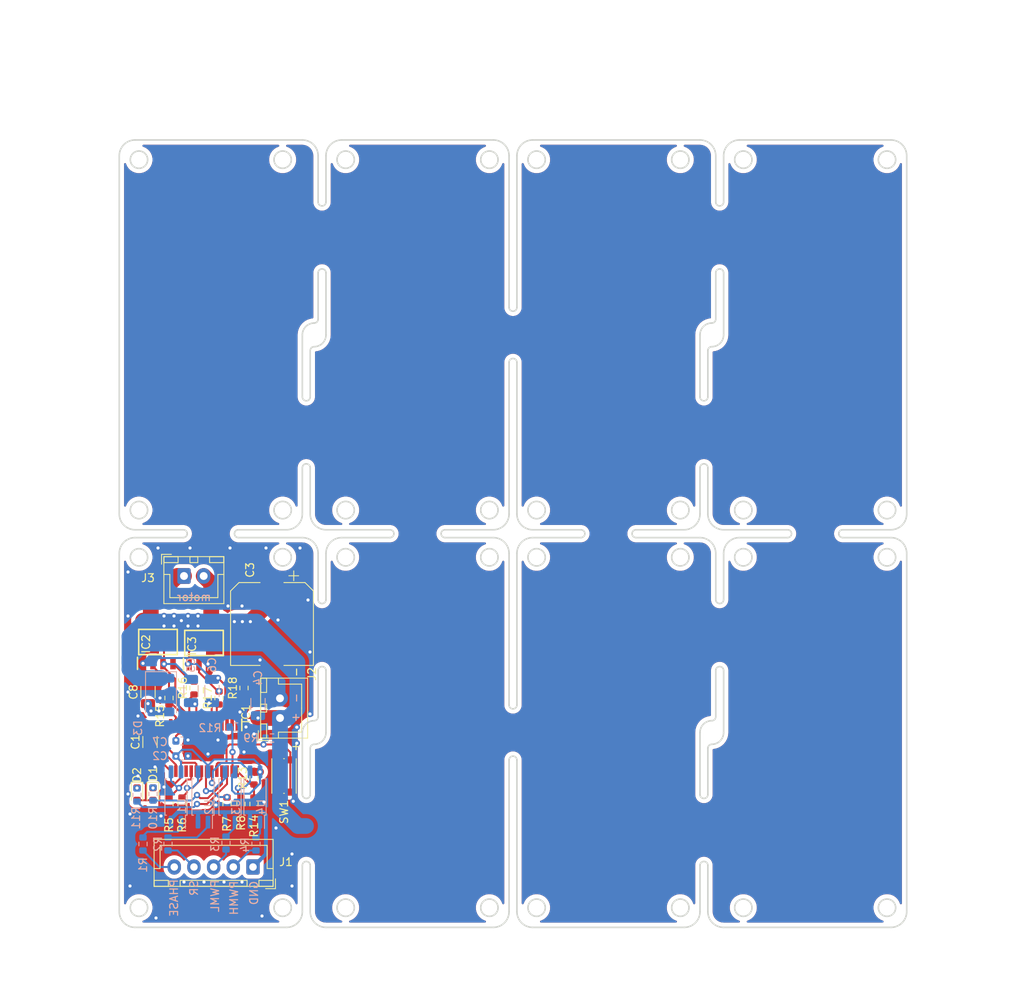
<source format=kicad_pcb>
(kicad_pcb (version 20171130) (host pcbnew "(5.1.9)-1")
  (layers (0 F.Cu signal) (31 B.Cu signal) (34 B.Paste user) (35 F.Paste user) (36 B.SilkS user) (37 F.SilkS user) (38 B.Mask user) (39 F.Mask user) (44 Edge.Cuts user))
  (net 0 "")
  (net 1 "Net-(C1-Pad2)")
  (net 2 "Net-(C1-Pad1)")
  (net 3 GND)
  (net 4 VCC)
  (net 5 VREG1)
  (net 6 5V_1)
  (net 7 "Net-(D1-Pad1)")
  (net 8 "Net-(D2-Pad1)")
  (net 9 "Net-(J1-Pad5)")
  (net 10 "Net-(J1-Pad4)")
  (net 11 "Net-(J1-Pad3)")
  (net 12 "Net-(J1-Pad2)")
  (net 13 GND1)
  (net 14 "Net-(R1-Pad2)")
  (net 15 "Net-(R2-Pad2)")
  (net 16 "Net-(R3-Pad2)")
  (net 17 "Net-(R4-Pad2)")
  (net 18 VBB1)
  (net 19 "Net-(IC1-Pad27)")
  (net 20 "Net-(IC1-Pad26)")
  (net 21 "Net-(IC1-Pad25)")
  (net 22 "Net-(IC1-Pad24)")
  (net 23 "Net-(IC1-Pad23)")
  (net 24 "Net-(IC1-Pad22)")
  (net 25 "Net-(IC1-Pad21)")
  (net 26 "Net-(IC1-Pad19)")
  (net 27 "Net-(IC1-Pad18)")
  (net 28 "Net-(IC1-Pad14)")
  (net 29 "Net-(IC1-Pad12)")
  (net 30 "Net-(IC1-Pad10)")
  (net 31 "Net-(IC1-Pad7)")
  (net 32 "Net-(IC1-Pad5)")
  (net 33 "Net-(IC1-Pad3)")
  (net 34 "Net-(C6-Pad2)")
  (net 35 "Net-(C6-Pad1)")
  (net 36 "Net-(IC2-Pad4)")
  (net 37 "Net-(IC2-Pad2)")
  (net 38 "Net-(IC3-Pad4)")
  (net 39 "Net-(IC3-Pad2)")
  (net 40 "Net-(C5-Pad1)")
  (net 41 "Net-(C5-Pad2)")
  (net 42 "Net-(IC1-Pad28)")
  (module Capacitor_SMD:CP_Elec_10x10 (layer F.Cu) (at 171.704 120.142 270)
    (fp_text reference C3 (at -6.858 2.794 90) (layer F.SilkS))
    (fp_text value 220u)
    (pad 2 smd roundrect (at 4 0 270) (size 4 2.5) (layers F.Cu F.Paste F.Mask) (roundrect_rratio 0.1) (net 3 GND))
    (pad 1 smd roundrect (at -4 0 270) (size 4 2.5) (layers F.Cu F.Paste F.Mask) (roundrect_rratio 0.1) (net 4 VCC))
  )
  (module Capacitor_SMD:C_1206_3216Metric (layer F.Cu) (at 156.21 135.128 90)
    (fp_text reference C1 (at 0 -1.85 90) (layer F.SilkS))
    (fp_text value 0.47u)
    (pad 2 smd roundrect (at 1.475 0 90) (size 1.15 1.8) (layers F.Cu F.Paste F.Mask) (roundrect_rratio 0.217391) (net 1 "Net-(C1-Pad2)"))
    (pad 1 smd roundrect (at -1.475 0 90) (size 1.15 1.8) (layers F.Cu F.Paste F.Mask) (roundrect_rratio 0.217391) (net 2 "Net-(C1-Pad1)"))
  )
  (module SamacSys_Parts:SOIC127P600X175-8N (layer F.Cu) (at 157.226 122.428 90)
    (fp_text reference IC2 (at -0.254 -1.524 90) (layer F.SilkS))
    (fp_text value SI4900DY-T1-E3 hide)
    (pad 1 smd rect (at -2.712 -1.905 180) (size 0.7 1.525) (layers F.Cu F.Paste F.Mask) (net 3 GND))
    (pad 2 smd rect (at -2.712 -0.635 180) (size 0.7 1.525) (layers F.Cu F.Paste F.Mask) (net 37 "Net-(IC2-Pad2)"))
    (pad 3 smd rect (at -2.712 0.635 180) (size 0.7 1.525) (layers F.Cu F.Paste F.Mask) (net 41 "Net-(C5-Pad2)"))
    (pad 4 smd rect (at -2.712 1.905 180) (size 0.7 1.525) (layers F.Cu F.Paste F.Mask) (net 36 "Net-(IC2-Pad4)"))
    (pad 5 smd rect (at 2.712 1.905 180) (size 0.7 1.525) (layers F.Cu F.Paste F.Mask) (net 4 VCC))
    (pad 6 smd rect (at 2.712 0.635 180) (size 0.7 1.525) (layers F.Cu F.Paste F.Mask) (net 4 VCC))
    (pad 7 smd rect (at 2.712 -0.635 180) (size 0.7 1.525) (layers F.Cu F.Paste F.Mask) (net 41 "Net-(C5-Pad2)"))
    (pad 8 smd rect (at 2.712 -1.905 180) (size 0.7 1.525) (layers F.Cu F.Paste F.Mask) (net 41 "Net-(C5-Pad2)"))
  )
  (module Resistor_SMD:R_0603_1608Metric (layer F.Cu) (at 158.623 129.54 90)
    (fp_text reference R15 (at -2.286 -1.143 90) (layer F.SilkS))
    (fp_text value 47)
    (pad 1 smd roundrect (at -0.825 0 90) (size 0.8 0.95) (layers F.Cu F.Paste F.Mask) (net 29 "Net-(IC1-Pad12)"))
    (pad 2 smd roundrect (at 0.825 0 90) (size 0.8 0.95) (layers F.Cu F.Paste F.Mask) (net 37 "Net-(IC2-Pad2)"))
  )
  (module Connector_JST:JST_XH_B2B-XH-A_1x02_P2.50mm_Vertical (layer F.Cu) (at 172.72 132.08 90)
    (fp_text reference J2 (at 5.588 4.064 90) (layer F.SilkS))
    (fp_text value Connector_Generic_Conn_01x02)
    (pad 1 thru_hole roundrect (at 0 0 90) (size 1.7 2) (drill 1) (layers *.Cu *.Mask) (roundrect_rratio 0.147059) (net 4 VCC))
    (pad 2 thru_hole oval (at 2.5 0 90) (size 1.7 2) (drill 1) (layers *.Cu *.Mask) (net 3 GND))
  )
  (module Button_Switch_SMD:SW_Push_1P1T_NO_CK_KMR2 (layer F.Cu) (at 173.228 139.446 270)
    (fp_text reference SW1 (at 4.572 0 90) (layer F.SilkS))
    (fp_text value SW_MEC_5G)
    (pad 2 smd rect (at 2.05 0.8 270) (size 0.9 1) (layers F.Cu F.Paste F.Mask) (net 3 GND))
    (pad 1 smd rect (at 2.05 -0.8 270) (size 0.9 1) (layers F.Cu F.Paste F.Mask) (net 22 "Net-(IC1-Pad24)"))
    (pad 2 smd rect (at -2.05 0.8 270) (size 0.9 1) (layers F.Cu F.Paste F.Mask) (net 3 GND))
    (pad 1 smd rect (at -2.05 -0.8 270) (size 0.9 1) (layers F.Cu F.Paste F.Mask) (net 22 "Net-(IC1-Pad24)"))
  )
  (module Resistor_SMD:R_0603_1608Metric (layer F.Cu) (at 169.418 143.002 270)
    (fp_text reference R14 (at 2.794 0 90) (layer F.SilkS))
    (fp_text value 10k)
    (pad 2 smd roundrect (at 0.825 0 270) (size 0.8 0.95) (layers F.Cu F.Paste F.Mask) (net 3 GND))
    (pad 1 smd roundrect (at -0.825 0 270) (size 0.8 0.95) (layers F.Cu F.Paste F.Mask) (net 42 "Net-(IC1-Pad28)"))
  )
  (module Resistor_SMD:R_0603_1608Metric (layer F.Cu) (at 169.418 139.7 90)
    (fp_text reference R13 (at 0 -1.43 90) (layer F.SilkS))
    (fp_text value 1k)
    (pad 2 smd roundrect (at 0.825 0 90) (size 0.8 0.95) (layers F.Cu F.Paste F.Mask) (net 6 5V_1))
    (pad 1 smd roundrect (at -0.825 0 90) (size 0.8 0.95) (layers F.Cu F.Paste F.Mask) (net 42 "Net-(IC1-Pad28)"))
  )
  (module Capacitor_SMD:C_0603_1608Metric (layer B.Cu) (at 160.274 135.001 180)
    (fp_text reference C7 (at 2.794 -0.127) (layer B.SilkS) (effects (justify mirror)))
    (fp_text value 1u)
    (pad 2 smd roundrect (at 0.775 0 180) (size 0.9 0.95) (layers B.Cu B.Paste B.Mask) (net 5 VREG1))
    (pad 1 smd roundrect (at -0.775 0 180) (size 0.9 0.95) (layers B.Cu B.Paste B.Mask) (net 3 GND))
  )
  (module Capacitor_SMD:C_0603_1608Metric (layer B.Cu) (at 160.274 136.906)
    (fp_text reference C2 (at -2.794 0) (layer B.SilkS) (effects (justify mirror)))
    (fp_text value 1u)
    (pad 2 smd roundrect (at 0.775 0) (size 0.9 0.95) (layers B.Cu B.Paste B.Mask) (net 3 GND))
    (pad 1 smd roundrect (at -0.775 0) (size 0.9 0.95) (layers B.Cu B.Paste B.Mask) (net 6 5V_1))
  )
  (module SamacSys_Parts:SOIC127P600X175-8N (layer F.Cu) (at 163.068 122.555 90)
    (fp_text reference IC3 (at -0.381 -1.524 90) (layer F.SilkS))
    (fp_text value SI4900DY-T1-E3 hide)
    (pad 1 smd rect (at -2.712 -1.905 180) (size 0.7 1.525) (layers F.Cu F.Paste F.Mask) (net 34 "Net-(C6-Pad2)"))
    (pad 2 smd rect (at -2.712 -0.635 180) (size 0.7 1.525) (layers F.Cu F.Paste F.Mask) (net 39 "Net-(IC3-Pad2)"))
    (pad 3 smd rect (at -2.712 0.635 180) (size 0.7 1.525) (layers F.Cu F.Paste F.Mask) (net 3 GND))
    (pad 4 smd rect (at -2.712 1.905 180) (size 0.7 1.525) (layers F.Cu F.Paste F.Mask) (net 38 "Net-(IC3-Pad4)"))
    (pad 5 smd rect (at 2.712 1.905 180) (size 0.7 1.525) (layers F.Cu F.Paste F.Mask) (net 34 "Net-(C6-Pad2)"))
    (pad 6 smd rect (at 2.712 0.635 180) (size 0.7 1.525) (layers F.Cu F.Paste F.Mask) (net 34 "Net-(C6-Pad2)"))
    (pad 7 smd rect (at 2.712 -0.635 180) (size 0.7 1.525) (layers F.Cu F.Paste F.Mask) (net 4 VCC))
    (pad 8 smd rect (at 2.712 -1.905 180) (size 0.7 1.525) (layers F.Cu F.Paste F.Mask) (net 4 VCC))
  )
  (module SamacSys_Parts:SOP65P640X120-29N (layer F.Cu) (at 163.068 135.89 270)
    (fp_text reference IC1 (at -4.318 -5.334 90) (layer F.SilkS))
    (fp_text value A3921KLPTR-T hide)
    (pad 1 smd rect (at -2.938 -4.225) (size 0.45 1.475) (layers F.Cu F.Paste F.Mask) (net 4 VCC))
    (pad 2 smd rect (at -2.938 -3.575) (size 0.45 1.475) (layers F.Cu F.Paste F.Mask) (net 3 GND))
    (pad 3 smd rect (at -2.938 -2.925) (size 0.45 1.475) (layers F.Cu F.Paste F.Mask) (net 33 "Net-(IC1-Pad3)"))
    (pad 4 smd rect (at -2.938 -2.275) (size 0.45 1.475) (layers F.Cu F.Paste F.Mask) (net 34 "Net-(C6-Pad2)"))
    (pad 5 smd rect (at -2.938 -1.625) (size 0.45 1.475) (layers F.Cu F.Paste F.Mask) (net 32 "Net-(IC1-Pad5)"))
    (pad 6 smd rect (at -2.938 -0.975) (size 0.45 1.475) (layers F.Cu F.Paste F.Mask) (net 35 "Net-(C6-Pad1)"))
    (pad 7 smd rect (at -2.938 -0.325) (size 0.45 1.475) (layers F.Cu F.Paste F.Mask) (net 31 "Net-(IC1-Pad7)"))
    (pad 8 smd rect (at -2.938 0.325) (size 0.45 1.475) (layers F.Cu F.Paste F.Mask) (net 5 VREG1))
    (pad 9 smd rect (at -2.938 0.975) (size 0.45 1.475) (layers F.Cu F.Paste F.Mask) (net 40 "Net-(C5-Pad1)"))
    (pad 10 smd rect (at -2.938 1.625) (size 0.45 1.475) (layers F.Cu F.Paste F.Mask) (net 30 "Net-(IC1-Pad10)"))
    (pad 11 smd rect (at -2.938 2.275) (size 0.45 1.475) (layers F.Cu F.Paste F.Mask) (net 41 "Net-(C5-Pad2)"))
    (pad 12 smd rect (at -2.938 2.925) (size 0.45 1.475) (layers F.Cu F.Paste F.Mask) (net 29 "Net-(IC1-Pad12)"))
    (pad 13 smd rect (at -2.938 3.575) (size 0.45 1.475) (layers F.Cu F.Paste F.Mask) (net 18 VBB1))
    (pad 14 smd rect (at -2.938 4.225) (size 0.45 1.475) (layers F.Cu F.Paste F.Mask) (net 28 "Net-(IC1-Pad14)"))
    (pad 15 smd rect (at 2.938 4.225) (size 0.45 1.475) (layers F.Cu F.Paste F.Mask) (net 2 "Net-(C1-Pad1)"))
    (pad 16 smd rect (at 2.938 3.575) (size 0.45 1.475) (layers F.Cu F.Paste F.Mask) (net 1 "Net-(C1-Pad2)"))
    (pad 17 smd rect (at 2.938 2.925) (size 0.45 1.475) (layers F.Cu F.Paste F.Mask) (net 3 GND))
    (pad 18 smd rect (at 2.938 2.275) (size 0.45 1.475) (layers F.Cu F.Paste F.Mask) (net 27 "Net-(IC1-Pad18)"))
    (pad 19 smd rect (at 2.938 1.625) (size 0.45 1.475) (layers F.Cu F.Paste F.Mask) (net 26 "Net-(IC1-Pad19)"))
    (pad 20 smd rect (at 2.938 0.975) (size 0.45 1.475) (layers F.Cu F.Paste F.Mask) (net 6 5V_1))
    (pad 21 smd rect (at 2.938 0.325) (size 0.45 1.475) (layers F.Cu F.Paste F.Mask) (net 25 "Net-(IC1-Pad21)"))
    (pad 22 smd rect (at 2.938 -0.325) (size 0.45 1.475) (layers F.Cu F.Paste F.Mask) (net 24 "Net-(IC1-Pad22)"))
    (pad 23 smd rect (at 2.938 -0.975) (size 0.45 1.475) (layers F.Cu F.Paste F.Mask) (net 23 "Net-(IC1-Pad23)"))
    (pad 24 smd rect (at 2.938 -1.625) (size 0.45 1.475) (layers F.Cu F.Paste F.Mask) (net 22 "Net-(IC1-Pad24)"))
    (pad 25 smd rect (at 2.938 -2.275) (size 0.45 1.475) (layers F.Cu F.Paste F.Mask) (net 21 "Net-(IC1-Pad25)"))
    (pad 26 smd rect (at 2.938 -2.925) (size 0.45 1.475) (layers F.Cu F.Paste F.Mask) (net 20 "Net-(IC1-Pad26)"))
    (pad 27 smd rect (at 2.938 -3.575) (size 0.45 1.475) (layers F.Cu F.Paste F.Mask) (net 19 "Net-(IC1-Pad27)"))
    (pad 28 smd rect (at 2.938 -4.225) (size 0.45 1.475) (layers F.Cu F.Paste F.Mask) (net 42 "Net-(IC1-Pad28)"))
    (pad 29 smd rect (at 0 0 270) (size 3 5.08) (layers F.Cu F.Paste F.Mask) (net 3 GND))
  )
  (module Package_SO:SOP-4_4.4x2.6mm_P1.27mm (layer B.Cu) (at 169.545 142.113 90)
    (fp_text reference U4 (at -1.27 0.762 90) (layer B.SilkS) (effects (justify mirror)))
    (fp_text value FODM217A)
    (pad 1 smd roundrect (at -3.1875 0.635 90) (size 1.625 0.6) (layers B.Cu B.Paste B.Mask) (net 17 "Net-(R4-Pad2)"))
    (pad 2 smd roundrect (at -3.1875 -0.635 90) (size 1.625 0.6) (layers B.Cu B.Paste B.Mask) (net 13 GND1))
    (pad 3 smd roundrect (at 3.1875 -0.635 90) (size 1.625 0.6) (layers B.Cu B.Paste B.Mask) (net 23 "Net-(IC1-Pad23)"))
    (pad 4 smd roundrect (at 3.1875 0.635 90) (size 1.625 0.6) (layers B.Cu B.Paste B.Mask) (net 6 5V_1))
  )
  (module Package_SO:SOP-4_4.4x2.6mm_P1.27mm (layer B.Cu) (at 166.37 142.113 90)
    (fp_text reference U3 (at -1.27 0.762 90) (layer B.SilkS) (effects (justify mirror)))
    (fp_text value FODM217A)
    (pad 1 smd roundrect (at -3.1875 0.635 90) (size 1.625 0.6) (layers B.Cu B.Paste B.Mask) (net 16 "Net-(R3-Pad2)"))
    (pad 2 smd roundrect (at -3.1875 -0.635 90) (size 1.625 0.6) (layers B.Cu B.Paste B.Mask) (net 13 GND1))
    (pad 3 smd roundrect (at 3.1875 -0.635 90) (size 1.625 0.6) (layers B.Cu B.Paste B.Mask) (net 24 "Net-(IC1-Pad22)"))
    (pad 4 smd roundrect (at 3.1875 0.635 90) (size 1.625 0.6) (layers B.Cu B.Paste B.Mask) (net 6 5V_1))
  )
  (module Package_SO:SOP-4_4.4x2.6mm_P1.27mm (layer B.Cu) (at 162.941 142.113 90)
    (fp_text reference U2 (at -1.27 0.762 90) (layer B.SilkS) (effects (justify mirror)))
    (fp_text value FODM217A)
    (pad 1 smd roundrect (at -3.1875 0.635 90) (size 1.625 0.6) (layers B.Cu B.Paste B.Mask) (net 15 "Net-(R2-Pad2)"))
    (pad 2 smd roundrect (at -3.1875 -0.635 90) (size 1.625 0.6) (layers B.Cu B.Paste B.Mask) (net 13 GND1))
    (pad 3 smd roundrect (at 3.1875 -0.635 90) (size 1.625 0.6) (layers B.Cu B.Paste B.Mask) (net 25 "Net-(IC1-Pad21)"))
    (pad 4 smd roundrect (at 3.1875 0.635 90) (size 1.625 0.6) (layers B.Cu B.Paste B.Mask) (net 6 5V_1))
  )
  (module Package_SO:SOP-4_4.4x2.6mm_P1.27mm (layer B.Cu) (at 159.512 142.113 90)
    (fp_text reference U1 (at -1.143 0.762 90) (layer B.SilkS) (effects (justify mirror)))
    (fp_text value FODM217A)
    (pad 1 smd roundrect (at -3.1875 0.635 90) (size 1.625 0.6) (layers B.Cu B.Paste B.Mask) (net 14 "Net-(R1-Pad2)"))
    (pad 2 smd roundrect (at -3.1875 -0.635 90) (size 1.625 0.6) (layers B.Cu B.Paste B.Mask) (net 13 GND1))
    (pad 3 smd roundrect (at 3.1875 -0.635 90) (size 1.625 0.6) (layers B.Cu B.Paste B.Mask) (net 26 "Net-(IC1-Pad19)"))
    (pad 4 smd roundrect (at 3.1875 0.635 90) (size 1.625 0.6) (layers B.Cu B.Paste B.Mask) (net 6 5V_1))
  )
  (module Resistor_SMD:R_0603_1608Metric (layer F.Cu) (at 168.148 128.27 90)
    (fp_text reference R18 (at 0 -1.43 90) (layer F.SilkS))
    (fp_text value 47)
    (pad 1 smd roundrect (at -0.825 0 90) (size 0.8 0.95) (layers F.Cu F.Paste F.Mask) (net 33 "Net-(IC1-Pad3)"))
    (pad 2 smd roundrect (at 0.825 0 90) (size 0.8 0.95) (layers F.Cu F.Paste F.Mask) (net 38 "Net-(IC3-Pad4)"))
  )
  (module Resistor_SMD:R_0603_1608Metric (layer F.Cu) (at 164.973 129.54 90)
    (fp_text reference R17 (at 0 -1.43 90) (layer F.SilkS))
    (fp_text value 47)
    (pad 1 smd roundrect (at -0.825 0 90) (size 0.8 0.95) (layers F.Cu F.Paste F.Mask) (net 32 "Net-(IC1-Pad5)"))
    (pad 2 smd roundrect (at 0.825 0 90) (size 0.8 0.95) (layers F.Cu F.Paste F.Mask) (net 39 "Net-(IC3-Pad2)"))
  )
  (module Resistor_SMD:R_0603_1608Metric (layer F.Cu) (at 161.798 128.27 90)
    (fp_text reference R16 (at 0 -1.43 90) (layer F.SilkS))
    (fp_text value 47)
    (pad 1 smd roundrect (at -0.825 0 90) (size 0.8 0.95) (layers F.Cu F.Paste F.Mask) (net 30 "Net-(IC1-Pad10)"))
    (pad 2 smd roundrect (at 0.825 0 90) (size 0.8 0.95) (layers F.Cu F.Paste F.Mask) (net 36 "Net-(IC2-Pad4)"))
  )
  (module Resistor_SMD:R_0603_1608Metric (layer B.Cu) (at 167.132 133.223)
    (fp_text reference R12 (at -3.302 0.127) (layer B.SilkS) (effects (justify mirror)))
    (fp_text value 100k)
    (pad 1 smd roundrect (at -0.825 0) (size 0.8 0.95) (layers B.Cu B.Paste B.Mask) (net 19 "Net-(IC1-Pad27)"))
    (pad 2 smd roundrect (at 0.825 0) (size 0.8 0.95) (layers B.Cu B.Paste B.Mask) (net 3 GND))
  )
  (module Resistor_SMD:R_0603_1608Metric (layer B.Cu) (at 154.559 141.859 90)
    (fp_text reference R11 (at -2.921 -0.127 90) (layer B.SilkS) (effects (justify mirror)))
    (fp_text value 1k)
    (pad 1 smd roundrect (at -0.825 0 90) (size 0.8 0.95) (layers B.Cu B.Paste B.Mask) (net 20 "Net-(IC1-Pad26)"))
    (pad 2 smd roundrect (at 0.825 0 90) (size 0.8 0.95) (layers B.Cu B.Paste B.Mask) (net 8 "Net-(D2-Pad1)"))
  )
  (module Resistor_SMD:R_0603_1608Metric (layer B.Cu) (at 156.591 141.732 90)
    (fp_text reference R10 (at -3.048 0 90) (layer B.SilkS) (effects (justify mirror)))
    (fp_text value 1k)
    (pad 1 smd roundrect (at -0.825 0 90) (size 0.8 0.95) (layers B.Cu B.Paste B.Mask) (net 21 "Net-(IC1-Pad25)"))
    (pad 2 smd roundrect (at 0.825 0 90) (size 0.8 0.95) (layers B.Cu B.Paste B.Mask) (net 7 "Net-(D1-Pad1)"))
  )
  (module Resistor_SMD:R_0603_1608Metric (layer B.Cu) (at 171.704 134.62 180)
    (fp_text reference R9 (at 2.667 0) (layer B.SilkS) (effects (justify mirror)))
    (fp_text value 10k)
    (pad 1 smd roundrect (at -0.825 0 180) (size 0.8 0.95) (layers B.Cu B.Paste B.Mask) (net 4 VCC))
    (pad 2 smd roundrect (at 0.825 0 180) (size 0.8 0.95) (layers B.Cu B.Paste B.Mask) (net 22 "Net-(IC1-Pad24)"))
  )
  (module Resistor_SMD:R_0603_1608Metric (layer F.Cu) (at 167.767 143.002 270)
    (fp_text reference R8 (at 2.413 0 90) (layer F.SilkS))
    (fp_text value 10k)
    (pad 1 smd roundrect (at -0.825 0 270) (size 0.8 0.95) (layers F.Cu F.Paste F.Mask) (net 23 "Net-(IC1-Pad23)"))
    (pad 2 smd roundrect (at 0.825 0 270) (size 0.8 0.95) (layers F.Cu F.Paste F.Mask) (net 3 GND))
  )
  (module Resistor_SMD:R_0603_1608Metric (layer F.Cu) (at 165.989 143.002 270)
    (fp_text reference R7 (at 2.54 0 90) (layer F.SilkS))
    (fp_text value 10k)
    (pad 1 smd roundrect (at -0.825 0 270) (size 0.8 0.95) (layers F.Cu F.Paste F.Mask) (net 24 "Net-(IC1-Pad22)"))
    (pad 2 smd roundrect (at 0.825 0 270) (size 0.8 0.95) (layers F.Cu F.Paste F.Mask) (net 3 GND))
  )
  (module Resistor_SMD:R_0603_1608Metric (layer F.Cu) (at 160.274 143.002 270)
    (fp_text reference R6 (at 2.667 0 90) (layer F.SilkS))
    (fp_text value 10k)
    (pad 1 smd roundrect (at -0.825 0 270) (size 0.8 0.95) (layers F.Cu F.Paste F.Mask) (net 25 "Net-(IC1-Pad21)"))
    (pad 2 smd roundrect (at 0.825 0 270) (size 0.8 0.95) (layers F.Cu F.Paste F.Mask) (net 3 GND))
  )
  (module Resistor_SMD:R_0603_1608Metric (layer F.Cu) (at 158.623 143.002 270)
    (fp_text reference R5 (at 2.667 0 90) (layer F.SilkS))
    (fp_text value 10k)
    (pad 1 smd roundrect (at -0.825 0 270) (size 0.8 0.95) (layers F.Cu F.Paste F.Mask) (net 26 "Net-(IC1-Pad19)"))
    (pad 2 smd roundrect (at 0.825 0 270) (size 0.8 0.95) (layers F.Cu F.Paste F.Mask) (net 3 GND))
  )
  (module Resistor_SMD:R_0603_1608Metric (layer B.Cu) (at 169.672 148.082 90)
    (fp_text reference R4 (at -0.127 -1.397 90) (layer B.SilkS) (effects (justify mirror)))
    (fp_text value 1k)
    (pad 1 smd roundrect (at -0.825 0 90) (size 0.8 0.95) (layers B.Cu B.Paste B.Mask) (net 12 "Net-(J1-Pad2)"))
    (pad 2 smd roundrect (at 0.825 0 90) (size 0.8 0.95) (layers B.Cu B.Paste B.Mask) (net 17 "Net-(R4-Pad2)"))
  )
  (module Resistor_SMD:R_0603_1608Metric (layer B.Cu) (at 165.862 147.955 90)
    (fp_text reference R3 (at -0.127 -1.397 90) (layer B.SilkS) (effects (justify mirror)))
    (fp_text value 1k)
    (pad 1 smd roundrect (at -0.825 0 90) (size 0.8 0.95) (layers B.Cu B.Paste B.Mask) (net 11 "Net-(J1-Pad3)"))
    (pad 2 smd roundrect (at 0.825 0 90) (size 0.8 0.95) (layers B.Cu B.Paste B.Mask) (net 16 "Net-(R3-Pad2)"))
  )
  (module Resistor_SMD:R_0603_1608Metric (layer B.Cu) (at 158.496 148.082 90)
    (fp_text reference R2 (at 0 -1.27 270) (layer B.SilkS) (effects (justify mirror)))
    (fp_text value 1k)
    (pad 1 smd roundrect (at -0.825 0 90) (size 0.8 0.95) (layers B.Cu B.Paste B.Mask) (net 10 "Net-(J1-Pad4)"))
    (pad 2 smd roundrect (at 0.825 0 90) (size 0.8 0.95) (layers B.Cu B.Paste B.Mask) (net 15 "Net-(R2-Pad2)"))
  )
  (module Resistor_SMD:R_0603_1608Metric (layer B.Cu) (at 155.321 148.082 90)
    (fp_text reference R1 (at -2.667 0 270) (layer B.SilkS) (effects (justify mirror)))
    (fp_text value 1k)
    (pad 1 smd roundrect (at -0.825 0 90) (size 0.8 0.95) (layers B.Cu B.Paste B.Mask) (net 9 "Net-(J1-Pad5)"))
    (pad 2 smd roundrect (at 0.825 0 90) (size 0.8 0.95) (layers B.Cu B.Paste B.Mask) (net 14 "Net-(R1-Pad2)"))
  )
  (module Connector_JST:JST_XH_B2B-XH-A_1x02_P2.50mm_Vertical (layer F.Cu) (at 160.528 114.046)
    (fp_text reference J3 (at -4.572 0.254) (layer F.SilkS))
    (fp_text value Connector_Generic_Conn_01x02)
    (pad 1 thru_hole roundrect (at 0 0) (size 1.7 2) (drill 1) (layers *.Cu *.Mask) (roundrect_rratio 0.147059) (net 41 "Net-(C5-Pad2)"))
    (pad 2 thru_hole oval (at 2.5 0) (size 1.7 2) (drill 1) (layers *.Cu *.Mask) (net 34 "Net-(C6-Pad2)"))
  )
  (module Connector_JST:JST_XH_B5B-XH-A_1x05_P2.50mm_Vertical (layer F.Cu) (at 169.291 151.003 180)
    (fp_text reference J1 (at -4.191 0.635) (layer F.SilkS))
    (fp_text value Connector_Generic_Conn_01x05)
    (pad 1 thru_hole roundrect (at 0 0 180) (size 1.7 1.95) (drill 0.95) (layers *.Cu *.Mask) (roundrect_rratio 0.147059) (net 13 GND1))
    (pad 2 thru_hole oval (at 2.5 0 180) (size 1.7 1.95) (drill 0.95) (layers *.Cu *.Mask) (net 12 "Net-(J1-Pad2)"))
    (pad 3 thru_hole oval (at 5 0 180) (size 1.7 1.95) (drill 0.95) (layers *.Cu *.Mask) (net 11 "Net-(J1-Pad3)"))
    (pad 4 thru_hole oval (at 7.5 0 180) (size 1.7 1.95) (drill 0.95) (layers *.Cu *.Mask) (net 10 "Net-(J1-Pad4)"))
    (pad 5 thru_hole oval (at 10 0 180) (size 1.7 1.95) (drill 0.95) (layers *.Cu *.Mask) (net 9 "Net-(J1-Pad5)"))
  )
  (module Diode_SMD:D_1812_4532Metric (layer B.Cu) (at 157.607 129.159 270)
    (fp_text reference D3 (at 4.191 2.921 270) (layer B.SilkS) (effects (justify mirror)))
    (fp_text value DIODE)
    (pad 1 smd roundrect (at -2.1375 0 270) (size 1.125 3.4) (layers B.Cu B.Paste B.Mask) (roundrect_rratio 0.222222) (net 4 VCC))
    (pad 2 smd roundrect (at 2.1375 0 270) (size 1.125 3.4) (layers B.Cu B.Paste B.Mask) (roundrect_rratio 0.222222) (net 18 VBB1))
  )
  (module LED_SMD:LED_0603_1608Metric (layer F.Cu) (at 154.559 141.732 270)
    (fp_text reference D2 (at -2.413 0 90) (layer F.SilkS))
    (fp_text value LED)
    (pad 1 smd roundrect (at -0.7875 0 270) (size 0.875 0.95) (layers F.Cu F.Paste F.Mask) (net 8 "Net-(D2-Pad1)"))
    (pad 2 smd roundrect (at 0.7875 0 270) (size 0.875 0.95) (layers F.Cu F.Paste F.Mask) (net 6 5V_1))
  )
  (module LED_SMD:LED_0603_1608Metric (layer F.Cu) (at 156.591 141.732 270)
    (fp_text reference D1 (at -2.54 0 90) (layer F.SilkS))
    (fp_text value LED)
    (pad 1 smd roundrect (at -0.7875 0 270) (size 0.875 0.95) (layers F.Cu F.Paste F.Mask) (net 7 "Net-(D1-Pad1)"))
    (pad 2 smd roundrect (at 0.7875 0 270) (size 0.875 0.95) (layers F.Cu F.Paste F.Mask) (net 6 5V_1))
  )
  (module Capacitor_SMD:C_1206_3216Metric (layer F.Cu) (at 155.956 128.778 90)
    (fp_text reference C8 (at 0 -1.85 90) (layer F.SilkS))
    (fp_text value 0.47u)
    (pad 1 smd roundrect (at -1.475 0 90) (size 1.15 1.8) (layers F.Cu F.Paste F.Mask) (roundrect_rratio 0.217391) (net 18 VBB1))
    (pad 2 smd roundrect (at 1.475 0 90) (size 1.15 1.8) (layers F.Cu F.Paste F.Mask) (roundrect_rratio 0.217391) (net 3 GND))
  )
  (module Capacitor_SMD:C_1206_3216Metric (layer B.Cu) (at 169.926 130.302 90)
    (fp_text reference C4 (at 3.302 0 270) (layer B.SilkS) (effects (justify mirror)))
    (fp_text value 0.47u)
    (pad 1 smd roundrect (at -1.475 0 90) (size 1.15 1.8) (layers B.Cu B.Paste B.Mask) (roundrect_rratio 0.217391) (net 4 VCC))
    (pad 2 smd roundrect (at 1.475 0 90) (size 1.15 1.8) (layers B.Cu B.Paste B.Mask) (roundrect_rratio 0.217391) (net 3 GND))
  )
  (module Capacitor_SMD:C_1206_3216Metric (layer B.Cu) (at 164.084 128.651 90)
    (fp_text reference C6 (at 3.302 0 90) (layer B.SilkS) (effects (justify mirror)))
    (fp_text value 0.22u)
    (pad 1 smd roundrect (at -1.475 0 90) (size 1.15 1.8) (layers B.Cu B.Paste B.Mask) (roundrect_rratio 0.217391) (net 35 "Net-(C6-Pad1)"))
    (pad 2 smd roundrect (at 1.475 0 90) (size 1.15 1.8) (layers B.Cu B.Paste B.Mask) (roundrect_rratio 0.217391) (net 34 "Net-(C6-Pad2)"))
  )
  (module Capacitor_SMD:C_1206_3216Metric (layer B.Cu) (at 161.417 128.651 90)
    (fp_text reference C5 (at 3.302 0 90) (layer B.SilkS) (effects (justify mirror)))
    (fp_text value 0.22u)
    (pad 1 smd roundrect (at -1.475 0 90) (size 1.15 1.8) (layers B.Cu B.Paste B.Mask) (roundrect_rratio 0.217391) (net 40 "Net-(C5-Pad1)"))
    (pad 2 smd roundrect (at 1.475 0 90) (size 1.15 1.8) (layers B.Cu B.Paste B.Mask) (roundrect_rratio 0.217391) (net 41 "Net-(C5-Pad2)"))
  )
  (gr_text motor (at 161.798 116.713) (layer B.SilkS) (effects (font (size 1 1)) (justify mirror)))
  (gr_text - (at 174.752 126.238 90) (layer F.SilkS) (effects (font (size 1 1))))
  (gr_text + (at 174.752 135.636) (layer F.SilkS) (effects (font (size 1 1))))
  (gr_text - (at 174.752 129.54 90) (layer B.SilkS) (effects (font (size 1 1)) (justify mirror)))
  (gr_text + (at 174.752 132.08 180) (layer B.SilkS) (effects (font (size 1 1)) (justify mirror)))
  (gr_text PHASE (at 159.258 154.94 90) (layer B.SilkS) (effects (font (size 1 1)) (justify mirror)))
  (gr_text SR (at 161.798 153.67 90) (layer B.SilkS) (effects (font (size 1 1)) (justify mirror)))
  (gr_text PWML (at 164.465 154.686 90) (layer B.SilkS) (effects (font (size 1 1)) (justify mirror)))
  (gr_text PWMH (at 166.878 154.94 90) (layer B.SilkS) (effects (font (size 1 1)) (justify mirror)))
  (gr_text GND (at 169.418 154.305 90) (layer B.SilkS) (effects (font (size 1 1)) (justify mirror)))
  (gr_circle (center 249.81 156.172) (end 250.91 156.172) (layer Edge.Cuts) (width 0.2))
  (gr_circle (center 154.81 105.672) (end 155.91 105.672) (layer Edge.Cuts) (width 0.2))
  (gr_circle (center 199.31 105.672) (end 200.41 105.672) (layer Edge.Cuts) (width 0.2))
  (gr_circle (center 173.06 105.672) (end 174.16 105.672) (layer Edge.Cuts) (width 0.2))
  (gr_circle (center 181.06 61.172) (end 182.16 61.172) (layer Edge.Cuts) (width 0.2))
  (gr_circle (center 249.81 105.672) (end 250.91 105.672) (layer Edge.Cuts) (width 0.2))
  (gr_line (start 154.31 158.672) (end 173.56 158.672) (layer Edge.Cuts) (width 0.2))
  (gr_line (start 176.56 150.797) (end 176.56 156.672) (layer Edge.Cuts) (width 0.2))
  (gr_circle (center 231.56 61.172) (end 232.66 61.172) (layer Edge.Cuts) (width 0.2))
  (gr_circle (center 205.31 61.172) (end 206.41 61.172) (layer Edge.Cuts) (width 0.2))
  (gr_circle (center 231.56 105.672) (end 232.66 105.672) (layer Edge.Cuts) (width 0.2))
  (gr_circle (center 223.56 105.672) (end 224.66 105.672) (layer Edge.Cuts) (width 0.2))
  (gr_circle (center 223.56 61.172) (end 224.66 61.172) (layer Edge.Cuts) (width 0.2))
  (gr_circle (center 205.31 105.672) (end 206.41 105.672) (layer Edge.Cuts) (width 0.2))
  (gr_circle (center 231.56 111.672) (end 232.66 111.672) (layer Edge.Cuts) (width 0.2))
  (gr_arc (start 177.06 133.922) (end 177.06 132.422) (angle -90) (layer Edge.Cuts) (width 0.2))
  (gr_line (start 176.56 135.922) (end 176.56 141.797) (layer Edge.Cuts) (width 0.2))
  (gr_line (start 160.435 109.172) (end 154.31 109.172) (layer Edge.Cuts) (width 0.2))
  (gr_line (start 201.81 156.672) (end 201.81 137.422) (layer Edge.Cuts) (width 0.2))
  (gr_line (start 178.56 158.672) (end 199.81 158.672) (layer Edge.Cuts) (width 0.2))
  (gr_line (start 199.81 109.172) (end 193.685 109.172) (layer Edge.Cuts) (width 0.2))
  (gr_arc (start 160.435 108.672) (end 160.435 109.172) (angle -180) (layer Edge.Cuts) (width 0.2))
  (gr_line (start 201.81 130.422) (end 201.81 111.172) (layer Edge.Cuts) (width 0.2))
  (gr_circle (center 223.56 156.172) (end 224.66 156.172) (layer Edge.Cuts) (width 0.2))
  (gr_line (start 177.56 131.922) (end 177.56 126.047) (layer Edge.Cuts) (width 0.2))
  (gr_circle (center 231.56 156.172) (end 232.66 156.172) (layer Edge.Cuts) (width 0.2))
  (gr_line (start 177.56 117.047) (end 177.56 111.172) (layer Edge.Cuts) (width 0.2))
  (gr_line (start 178.56 126.047) (end 178.56 133.922) (layer Edge.Cuts) (width 0.2))
  (gr_circle (center 223.56 111.672) (end 224.66 111.672) (layer Edge.Cuts) (width 0.2))
  (gr_arc (start 244.185 108.672) (end 244.185 108.172) (angle -180) (layer Edge.Cuts) (width 0.2))
  (gr_line (start 175.56 141.797) (end 175.56 133.922) (layer Edge.Cuts) (width 0.2))
  (gr_line (start 175.56 109.172) (end 167.435 109.172) (layer Edge.Cuts) (width 0.2))
  (gr_circle (center 154.81 61.172) (end 155.91 61.172) (layer Edge.Cuts) (width 0.2))
  (gr_circle (center 199.31 111.672) (end 200.41 111.672) (layer Edge.Cuts) (width 0.2))
  (gr_circle (center 173.06 111.672) (end 174.16 111.672) (layer Edge.Cuts) (width 0.2))
  (gr_circle (center 154.81 156.172) (end 155.91 156.172) (layer Edge.Cuts) (width 0.2))
  (gr_circle (center 249.81 111.672) (end 250.91 111.672) (layer Edge.Cuts) (width 0.2))
  (gr_line (start 152.31 111.172) (end 152.31 156.672) (layer Edge.Cuts) (width 0.2))
  (gr_circle (center 249.81 61.172) (end 250.91 61.172) (layer Edge.Cuts) (width 0.2))
  (gr_circle (center 181.06 156.172) (end 182.16 156.172) (layer Edge.Cuts) (width 0.2))
  (gr_line (start 178.56 111.172) (end 178.56 117.047) (layer Edge.Cuts) (width 0.2))
  (gr_line (start 186.685 109.172) (end 180.56 109.172) (layer Edge.Cuts) (width 0.2))
  (gr_circle (center 173.06 156.172) (end 174.16 156.172) (layer Edge.Cuts) (width 0.2))
  (gr_arc (start 176.06 150.797) (end 176.56 150.797) (angle -180) (layer Edge.Cuts) (width 0.2))
  (gr_circle (center 205.31 156.172) (end 206.41 156.172) (layer Edge.Cuts) (width 0.2))
  (gr_circle (center 199.31 61.172) (end 200.41 61.172) (layer Edge.Cuts) (width 0.2))
  (gr_line (start 175.56 156.672) (end 175.56 150.797) (layer Edge.Cuts) (width 0.2))
  (gr_circle (center 205.31 111.672) (end 206.41 111.672) (layer Edge.Cuts) (width 0.2))
  (gr_arc (start 177.06 133.922) (end 177.06 135.422) (angle -90) (layer Edge.Cuts) (width 0.2))
  (gr_arc (start 226.56 150.797) (end 227.06 150.797) (angle -180) (layer Edge.Cuts) (width 0.2))
  (gr_circle (center 199.31 156.172) (end 200.41 156.172) (layer Edge.Cuts) (width 0.2))
  (gr_circle (center 154.81 111.672) (end 155.91 111.672) (layer Edge.Cuts) (width 0.2))
  (gr_circle (center 181.06 111.672) (end 182.16 111.672) (layer Edge.Cuts) (width 0.2))
  (gr_circle (center 181.06 105.672) (end 182.16 105.672) (layer Edge.Cuts) (width 0.2))
  (gr_circle (center 173.06 61.172) (end 174.16 61.172) (layer Edge.Cuts) (width 0.2))
  (gr_arc (start 202.31 137.422) (end 202.81 137.422) (angle -180) (layer Edge.Cuts) (width 0.2))
  (gr_arc (start 180.56 111.172) (end 180.56 109.172) (angle -90) (layer Edge.Cuts) (width 0.2))
  (gr_arc (start 178.56 106.172) (end 176.56 106.172) (angle -90) (layer Edge.Cuts) (width 0.2))
  (gr_arc (start 231.06 60.672) (end 231.06 58.672) (angle -90) (layer Edge.Cuts) (width 0.2))
  (gr_line (start 250.31 58.672) (end 231.06 58.672) (layer Edge.Cuts) (width 0.2))
  (gr_arc (start 204.81 156.672) (end 202.81 156.672) (angle -90) (layer Edge.Cuts) (width 0.2))
  (gr_line (start 227.06 85.422) (end 227.06 91.297) (layer Edge.Cuts) (width 0.2))
  (gr_arc (start 154.31 156.672) (end 152.31 156.672) (angle -90) (layer Edge.Cuts) (width 0.2))
  (gr_arc (start 226.06 60.672) (end 228.06 60.672) (angle -90) (layer Edge.Cuts) (width 0.2))
  (gr_arc (start 177.06 83.422) (end 177.06 84.922) (angle -90) (layer Edge.Cuts) (width 0.2))
  (gr_arc (start 175.56 111.172) (end 177.56 111.172) (angle -90) (layer Edge.Cuts) (width 0.2))
  (gr_arc (start 177.06 83.422) (end 177.06 81.922) (angle -90) (layer Edge.Cuts) (width 0.2))
  (gr_line (start 176.56 85.422) (end 176.56 91.297) (layer Edge.Cuts) (width 0.2))
  (gr_line (start 229.06 126.047) (end 229.06 133.922) (layer Edge.Cuts) (width 0.2))
  (gr_line (start 167.435 108.172) (end 173.56 108.172) (layer Edge.Cuts) (width 0.2))
  (gr_arc (start 250.31 60.672) (end 252.31 60.672) (angle -90) (layer Edge.Cuts) (width 0.2))
  (gr_arc (start 250.31 106.172) (end 250.31 108.172) (angle -90) (layer Edge.Cuts) (width 0.2))
  (gr_arc (start 250.31 111.172) (end 252.31 111.172) (angle -90) (layer Edge.Cuts) (width 0.2))
  (gr_arc (start 250.31 156.672) (end 250.31 158.672) (angle -90) (layer Edge.Cuts) (width 0.2))
  (gr_arc (start 199.81 111.172) (end 201.81 111.172) (angle -90) (layer Edge.Cuts) (width 0.2))
  (gr_arc (start 224.06 156.672) (end 224.06 158.672) (angle -90) (layer Edge.Cuts) (width 0.2))
  (gr_arc (start 199.81 156.672) (end 199.81 158.672) (angle -90) (layer Edge.Cuts) (width 0.2))
  (gr_arc (start 199.81 60.672) (end 201.81 60.672) (angle -90) (layer Edge.Cuts) (width 0.2))
  (gr_arc (start 224.06 106.172) (end 224.06 108.172) (angle -90) (layer Edge.Cuts) (width 0.2))
  (gr_arc (start 199.81 106.172) (end 199.81 108.172) (angle -90) (layer Edge.Cuts) (width 0.2))
  (gr_arc (start 229.06 156.672) (end 227.06 156.672) (angle -90) (layer Edge.Cuts) (width 0.2))
  (gr_arc (start 173.56 156.672) (end 173.56 158.672) (angle -90) (layer Edge.Cuts) (width 0.2))
  (gr_arc (start 175.56 60.672) (end 177.56 60.672) (angle -90) (layer Edge.Cuts) (width 0.2))
  (gr_arc (start 180.56 60.672) (end 180.56 58.672) (angle -90) (layer Edge.Cuts) (width 0.2))
  (gr_arc (start 204.81 106.172) (end 202.81 106.172) (angle -90) (layer Edge.Cuts) (width 0.2))
  (gr_arc (start 231.06 111.172) (end 231.06 109.172) (angle -90) (layer Edge.Cuts) (width 0.2))
  (gr_arc (start 229.06 106.172) (end 227.06 106.172) (angle -90) (layer Edge.Cuts) (width 0.2))
  (gr_arc (start 154.31 60.672) (end 154.31 58.672) (angle -90) (layer Edge.Cuts) (width 0.2))
  (gr_line (start 175.56 91.297) (end 175.56 83.422) (layer Edge.Cuts) (width 0.2))
  (gr_line (start 178.56 108.172) (end 186.685 108.172) (layer Edge.Cuts) (width 0.2))
  (gr_arc (start 227.56 133.922) (end 227.56 132.422) (angle -90) (layer Edge.Cuts) (width 0.2))
  (gr_arc (start 204.81 60.672) (end 204.81 58.672) (angle -90) (layer Edge.Cuts) (width 0.2))
  (gr_arc (start 178.56 156.672) (end 176.56 156.672) (angle -90) (layer Edge.Cuts) (width 0.2))
  (gr_line (start 229.06 111.172) (end 229.06 117.047) (layer Edge.Cuts) (width 0.2))
  (gr_arc (start 154.31 111.172) (end 154.31 109.172) (angle -90) (layer Edge.Cuts) (width 0.2))
  (gr_line (start 237.185 109.172) (end 231.06 109.172) (layer Edge.Cuts) (width 0.2))
  (gr_line (start 229.06 108.172) (end 237.185 108.172) (layer Edge.Cuts) (width 0.2))
  (gr_arc (start 227.56 83.422) (end 227.56 84.922) (angle -90) (layer Edge.Cuts) (width 0.2))
  (gr_line (start 229.06 75.547) (end 229.06 83.422) (layer Edge.Cuts) (width 0.2))
  (gr_line (start 228.06 81.422) (end 228.06 75.547) (layer Edge.Cuts) (width 0.2))
  (gr_arc (start 227.56 83.422) (end 227.56 81.922) (angle -90) (layer Edge.Cuts) (width 0.2))
  (gr_arc (start 154.31 106.172) (end 152.31 106.172) (angle -90) (layer Edge.Cuts) (width 0.2))
  (gr_line (start 178.56 75.547) (end 178.56 83.422) (layer Edge.Cuts) (width 0.2))
  (gr_line (start 226.06 91.297) (end 226.06 83.422) (layer Edge.Cuts) (width 0.2))
  (gr_line (start 228.06 131.922) (end 228.06 126.047) (layer Edge.Cuts) (width 0.2))
  (gr_line (start 177.56 81.422) (end 177.56 75.547) (layer Edge.Cuts) (width 0.2))
  (gr_arc (start 226.06 111.172) (end 228.06 111.172) (angle -90) (layer Edge.Cuts) (width 0.2))
  (gr_line (start 226.06 141.797) (end 226.06 133.922) (layer Edge.Cuts) (width 0.2))
  (gr_line (start 176.56 100.297) (end 176.56 106.172) (layer Edge.Cuts) (width 0.2))
  (gr_line (start 227.06 135.922) (end 227.06 141.797) (layer Edge.Cuts) (width 0.2))
  (gr_arc (start 227.56 133.922) (end 227.56 135.422) (angle -90) (layer Edge.Cuts) (width 0.2))
  (gr_arc (start 204.81 111.172) (end 204.81 109.172) (angle -90) (layer Edge.Cuts) (width 0.2))
  (gr_arc (start 173.56 106.172) (end 173.56 108.172) (angle -90) (layer Edge.Cuts) (width 0.2))
  (gr_line (start 175.56 106.172) (end 175.56 100.297) (layer Edge.Cuts) (width 0.2))
  (gr_line (start 152.31 60.672) (end 152.31 106.172) (layer Edge.Cuts) (width 0.2))
  (gr_line (start 202.81 111.172) (end 202.81 130.422) (layer Edge.Cuts) (width 0.2))
  (gr_line (start 201.81 106.172) (end 201.81 86.922) (layer Edge.Cuts) (width 0.2))
  (gr_line (start 154.31 108.172) (end 160.435 108.172) (layer Edge.Cuts) (width 0.2))
  (gr_arc (start 202.31 79.922) (end 201.81 79.922) (angle -180) (layer Edge.Cuts) (width 0.2))
  (gr_arc (start 226.56 100.297) (end 227.06 100.297) (angle -180) (layer Edge.Cuts) (width 0.2))
  (gr_arc (start 217.935 108.672) (end 217.935 108.172) (angle -180) (layer Edge.Cuts) (width 0.2))
  (gr_arc (start 237.185 108.672) (end 237.185 109.172) (angle -180) (layer Edge.Cuts) (width 0.2))
  (gr_arc (start 177.06 81.422) (end 177.06 81.922) (angle -90) (layer Edge.Cuts) (width 0.2))
  (gr_arc (start 177.06 131.922) (end 177.06 132.422) (angle -90) (layer Edge.Cuts) (width 0.2))
  (gr_arc (start 178.06 75.547) (end 178.56 75.547) (angle -180) (layer Edge.Cuts) (width 0.2))
  (gr_line (start 202.81 60.672) (end 202.81 79.922) (layer Edge.Cuts) (width 0.2))
  (gr_line (start 202.81 86.922) (end 202.81 106.172) (layer Edge.Cuts) (width 0.2))
  (gr_arc (start 177.06 85.422) (end 177.06 84.922) (angle -90) (layer Edge.Cuts) (width 0.2))
  (gr_line (start 227.06 100.297) (end 227.06 106.172) (layer Edge.Cuts) (width 0.2))
  (gr_line (start 202.81 137.422) (end 202.81 156.672) (layer Edge.Cuts) (width 0.2))
  (gr_arc (start 226.56 141.797) (end 226.06 141.797) (angle -180) (layer Edge.Cuts) (width 0.2))
  (gr_line (start 252.31 106.172) (end 252.31 60.672) (layer Edge.Cuts) (width 0.2))
  (gr_line (start 201.81 79.922) (end 201.81 60.672) (layer Edge.Cuts) (width 0.2))
  (gr_line (start 250.31 109.172) (end 244.185 109.172) (layer Edge.Cuts) (width 0.2))
  (gr_line (start 175.56 58.672) (end 154.31 58.672) (layer Edge.Cuts) (width 0.2))
  (gr_arc (start 227.56 81.422) (end 227.56 81.922) (angle -90) (layer Edge.Cuts) (width 0.2))
  (gr_arc (start 227.56 135.922) (end 227.56 135.422) (angle -90) (layer Edge.Cuts) (width 0.2))
  (gr_arc (start 227.56 85.422) (end 227.56 84.922) (angle -90) (layer Edge.Cuts) (width 0.2))
  (gr_arc (start 176.06 141.797) (end 175.56 141.797) (angle -180) (layer Edge.Cuts) (width 0.2))
  (gr_arc (start 177.06 135.922) (end 177.06 135.422) (angle -90) (layer Edge.Cuts) (width 0.2))
  (gr_line (start 210.935 109.172) (end 204.81 109.172) (layer Edge.Cuts) (width 0.2))
  (gr_line (start 226.06 58.672) (end 204.81 58.672) (layer Edge.Cuts) (width 0.2))
  (gr_arc (start 176.06 100.297) (end 176.56 100.297) (angle -180) (layer Edge.Cuts) (width 0.2))
  (gr_line (start 199.81 58.672) (end 180.56 58.672) (layer Edge.Cuts) (width 0.2))
  (gr_arc (start 228.56 75.547) (end 229.06 75.547) (angle -180) (layer Edge.Cuts) (width 0.2))
  (gr_arc (start 228.56 126.047) (end 229.06 126.047) (angle -180) (layer Edge.Cuts) (width 0.2))
  (gr_arc (start 178.06 66.547) (end 177.56 66.547) (angle -180) (layer Edge.Cuts) (width 0.2))
  (gr_arc (start 228.56 66.547) (end 228.06 66.547) (angle -180) (layer Edge.Cuts) (width 0.2))
  (gr_line (start 229.06 60.672) (end 229.06 66.547) (layer Edge.Cuts) (width 0.2))
  (gr_line (start 178.56 60.672) (end 178.56 66.547) (layer Edge.Cuts) (width 0.2))
  (gr_arc (start 202.31 86.922) (end 202.81 86.922) (angle -180) (layer Edge.Cuts) (width 0.2))
  (gr_arc (start 193.685 108.672) (end 193.685 108.172) (angle -180) (layer Edge.Cuts) (width 0.2))
  (gr_arc (start 176.06 91.297) (end 175.56 91.297) (angle -180) (layer Edge.Cuts) (width 0.2))
  (gr_arc (start 202.31 130.422) (end 201.81 130.422) (angle -180) (layer Edge.Cuts) (width 0.2))
  (gr_arc (start 178.06 126.047) (end 178.56 126.047) (angle -180) (layer Edge.Cuts) (width 0.2))
  (gr_arc (start 227.56 131.922) (end 227.56 132.422) (angle -90) (layer Edge.Cuts) (width 0.2))
  (gr_line (start 177.56 66.547) (end 177.56 60.672) (layer Edge.Cuts) (width 0.2))
  (gr_arc (start 186.685 108.672) (end 186.685 109.172) (angle -180) (layer Edge.Cuts) (width 0.2))
  (gr_arc (start 210.935 108.672) (end 210.935 109.172) (angle -180) (layer Edge.Cuts) (width 0.2))
  (gr_arc (start 228.56 117.047) (end 228.06 117.047) (angle -180) (layer Edge.Cuts) (width 0.2))
  (gr_arc (start 226.56 91.297) (end 226.06 91.297) (angle -180) (layer Edge.Cuts) (width 0.2))
  (gr_line (start 228.06 66.547) (end 228.06 60.672) (layer Edge.Cuts) (width 0.2))
  (gr_arc (start 167.435 108.672) (end 167.435 108.172) (angle -180) (layer Edge.Cuts) (width 0.2))
  (gr_arc (start 178.06 117.047) (end 177.56 117.047) (angle -180) (layer Edge.Cuts) (width 0.2))
  (gr_line (start 244.185 108.172) (end 250.31 108.172) (layer Edge.Cuts) (width 0.2))
  (gr_line (start 227.06 150.797) (end 227.06 156.672) (layer Edge.Cuts) (width 0.2))
  (gr_line (start 193.685 108.172) (end 199.81 108.172) (layer Edge.Cuts) (width 0.2))
  (gr_line (start 226.06 156.672) (end 226.06 150.797) (layer Edge.Cuts) (width 0.2))
  (gr_line (start 204.81 108.172) (end 210.935 108.172) (layer Edge.Cuts) (width 0.2))
  (gr_line (start 229.06 158.672) (end 250.31 158.672) (layer Edge.Cuts) (width 0.2))
  (gr_line (start 252.31 156.672) (end 252.31 111.172) (layer Edge.Cuts) (width 0.2))
  (gr_line (start 204.81 158.672) (end 224.06 158.672) (layer Edge.Cuts) (width 0.2))
  (gr_line (start 226.06 109.172) (end 217.935 109.172) (layer Edge.Cuts) (width 0.2))
  (gr_line (start 217.935 108.172) (end 224.06 108.172) (layer Edge.Cuts) (width 0.2))
  (gr_line (start 228.06 117.047) (end 228.06 111.172) (layer Edge.Cuts) (width 0.2))
  (gr_line (start 226.06 106.172) (end 226.06 100.297) (layer Edge.Cuts) (width 0.2))
  (segment (start 156.083 134.603004) (end 156.083 133.653) (width 0.25) (layer F.Cu) (net 1))
  (segment (start 159.493 138.013004) (end 156.083 134.603004) (width 0.25) (layer F.Cu) (net 1))
  (segment (start 159.493 138.828) (end 159.493 138.013004) (width 0.25) (layer F.Cu) (net 1))
  (segment (start 156.618 136.603) (end 156.083 136.603) (width 0.25) (layer F.Cu) (net 2))
  (segment (start 158.843 138.828) (end 156.618 136.603) (width 0.25) (layer F.Cu) (net 2))
  (via (at 163.576 125.222) (size 0.8) (drill 0.4) (layers F.Cu B.Cu) (net 3))
  (via (at 161.036 136.906) (size 0.8) (drill 0.4) (layers F.Cu B.Cu) (net 3))
  (via (at 168.402 133.223) (size 0.8) (drill 0.4) (layers F.Cu B.Cu) (net 3))
  (segment (start 161.930998 143.827) (end 158.623 143.827) (width 0.25) (layer F.Cu) (net 3))
  (segment (start 167.767 143.827) (end 161.930998 143.827) (width 0.25) (layer F.Cu) (net 3))
  (segment (start 166.624 132.933) (end 166.643 132.952) (width 0.25) (layer F.Cu) (net 3))
  (segment (start 157.82299 143.02699) (end 158.623 143.827) (width 0.25) (layer F.Cu) (net 3))
  (segment (start 160.143 138.828) (end 160.143 139.646998) (width 0.25) (layer F.Cu) (net 3))
  (segment (start 163.068 135.89) (end 163.957 135.89) (width 0.25) (layer F.Cu) (net 3))
  (segment (start 166.643 134.093) (end 166.643 132.952) (width 0.25) (layer F.Cu) (net 3))
  (segment (start 164.846 135.89) (end 166.643 134.093) (width 0.25) (layer F.Cu) (net 3))
  (segment (start 168.338 133.159) (end 166.878 131.699) (width 0.25) (layer B.Cu) (net 3))
  (segment (start 168.338 133.223) (end 168.338 133.159) (width 0.25) (layer B.Cu) (net 3))
  (segment (start 168.097685 134.093) (end 166.643 134.093) (width 0.25) (layer F.Cu) (net 3))
  (segment (start 168.402 133.788685) (end 168.097685 134.093) (width 0.25) (layer F.Cu) (net 3))
  (segment (start 168.402 133.223) (end 168.402 133.788685) (width 0.25) (layer F.Cu) (net 3))
  (segment (start 163.957 135.89) (end 164.846 135.89) (width 0.25) (layer F.Cu) (net 3))
  (via (at 161.036 134.874) (size 0.8) (drill 0.4) (layers F.Cu B.Cu) (net 3))
  (segment (start 168.402 133.407002) (end 168.402 133.223) (width 0.25) (layer B.Cu) (net 3))
  (segment (start 169.935 128.818) (end 169.926 128.827) (width 0.25) (layer B.Cu) (net 3))
  (segment (start 166.927 128.827) (end 166.878 128.778) (width 0.25) (layer B.Cu) (net 3))
  (segment (start 169.926 128.827) (end 166.927 128.827) (width 0.25) (layer B.Cu) (net 3))
  (segment (start 166.878 128.778) (end 166.878 131.699) (width 0.25) (layer B.Cu) (net 3))
  (segment (start 166.878 125.476) (end 166.878 128.778) (width 0.25) (layer B.Cu) (net 3))
  (segment (start 172.428 137.396) (end 172.428 137.396) (width 0.25) (layer F.Cu) (net 3))
  (segment (start 172.428 141.496) (end 172.428 142.532) (width 0.25) (layer F.Cu) (net 3))
  (segment (start 172.428 142.532) (end 171.5135 143.4465) (width 0.25) (layer F.Cu) (net 3))
  (segment (start 172.428 137.396) (end 172.428 141.496) (width 0.25) (layer F.Cu) (net 3))
  (segment (start 173.232002 143.827) (end 168.974 143.827) (width 0.25) (layer F.Cu) (net 3))
  (segment (start 174.853001 142.206001) (end 174.404501 142.654501) (width 0.25) (layer F.Cu) (net 3))
  (segment (start 174.853001 130.951001) (end 174.853001 133.248999) (width 0.25) (layer F.Cu) (net 3))
  (segment (start 168.974 143.827) (end 167.767 143.827) (width 0.25) (layer F.Cu) (net 3))
  (segment (start 171.133 143.827) (end 168.974 143.827) (width 0.25) (layer F.Cu) (net 3))
  (segment (start 155.321 126.16) (end 155.956 126.795) (width 0.25) (layer F.Cu) (net 3))
  (segment (start 155.321 125.14) (end 155.321 125.14) (width 0.25) (layer F.Cu) (net 3))
  (segment (start 155.321 125.14) (end 155.321 126.16) (width 0.25) (layer F.Cu) (net 3))
  (via (at 155.321 125.14) (size 0.8) (drill 0.4) (layers F.Cu B.Cu) (net 3))
  (segment (start 166.878 125.476) (end 166.878 124.333) (width 0.25) (layer B.Cu) (net 3))
  (segment (start 171.704 123.634) (end 171.704 127.802) (width 2) (layer F.Cu) (net 3))
  (segment (start 172.72 129.58) (end 172.252 129.58) (width 2) (layer F.Cu) (net 3))
  (segment (start 171.704 129.032) (end 171.704 127.802) (width 2) (layer F.Cu) (net 3))
  (segment (start 172.252 129.58) (end 171.704 129.032) (width 2) (layer F.Cu) (net 3))
  (segment (start 170.679 129.58) (end 169.926 128.827) (width 2) (layer B.Cu) (net 3))
  (segment (start 172.72 129.58) (end 170.679 129.58) (width 2) (layer B.Cu) (net 3))
  (segment (start 173.482 129.58) (end 174.853001 130.951001) (width 0.25) (layer F.Cu) (net 3))
  (segment (start 172.72 129.58) (end 173.482 129.58) (width 0.25) (layer F.Cu) (net 3))
  (segment (start 174.853001 133.248999) (end 174.853001 135.280999) (width 0.25) (layer F.Cu) (net 3))
  (via (at 174.853001 133.248999) (size 0.8) (drill 0.4) (layers F.Cu B.Cu) (net 3))
  (via (at 176.53 131.572) (size 0.8) (drill 0.4) (layers F.Cu B.Cu) (net 3))
  (via (at 170.434 157.226) (size 0.8) (drill 0.4) (layers F.Cu B.Cu) (net 3))
  (via (at 156.972 157.48) (size 0.8) (drill 0.4) (layers F.Cu B.Cu) (net 3))
  (via (at 153.67 153.416) (size 0.8) (drill 0.4) (layers F.Cu B.Cu) (net 3))
  (via (at 174.244 153.416) (size 0.8) (drill 0.4) (layers F.Cu B.Cu) (net 3))
  (via (at 160.528 152.908) (size 0.8) (drill 0.4) (layers F.Cu B.Cu) (net 3))
  (via (at 163.068 152.908) (size 0.8) (drill 0.4) (layers F.Cu B.Cu) (net 3))
  (via (at 165.608 152.908) (size 0.8) (drill 0.4) (layers F.Cu B.Cu) (net 3))
  (via (at 167.894 152.908) (size 0.8) (drill 0.4) (layers F.Cu B.Cu) (net 3))
  (via (at 153.67 144.272) (size 0.8) (drill 0.4) (layers F.Cu B.Cu) (net 3))
  (via (at 174.244 149.352) (size 0.8) (drill 0.4) (layers F.Cu B.Cu) (net 3))
  (via (at 154.686 139.446) (size 0.8) (drill 0.4) (layers F.Cu B.Cu) (net 3))
  (via (at 153.416 141.732) (size 0.8) (drill 0.4) (layers F.Cu B.Cu) (net 3))
  (via (at 154.686 131.826) (size 0.8) (drill 0.4) (layers F.Cu B.Cu) (net 3))
  (via (at 157.48 129.54) (size 0.8) (drill 0.4) (layers F.Cu B.Cu) (net 3))
  (segment (start 168.362 125.222) (end 172.72 129.58) (width 0.25) (layer B.Cu) (net 3))
  (segment (start 163.576 125.222) (end 168.362 125.222) (width 0.25) (layer B.Cu) (net 3))
  (segment (start 163.576 125.222) (end 162.814 124.46) (width 0.25) (layer B.Cu) (net 3))
  (segment (start 156.001 124.46) (end 155.321 125.14) (width 0.25) (layer B.Cu) (net 3))
  (segment (start 162.814 124.46) (end 156.001 124.46) (width 0.25) (layer B.Cu) (net 3))
  (via (at 170.18 124.714) (size 0.8) (drill 0.4) (layers F.Cu B.Cu) (net 3))
  (via (at 153.416 119.126) (size 0.8) (drill 0.4) (layers F.Cu B.Cu) (net 3))
  (via (at 153.416 113.538) (size 0.8) (drill 0.4) (layers F.Cu B.Cu) (net 3))
  (via (at 157.226 110.49) (size 0.8) (drill 0.4) (layers F.Cu B.Cu) (net 3))
  (via (at 175.26 110.49) (size 0.8) (drill 0.4) (layers F.Cu B.Cu) (net 3))
  (via (at 170.942 110.49) (size 0.8) (drill 0.4) (layers F.Cu B.Cu) (net 3))
  (via (at 176.53 123.698) (size 0.8) (drill 0.4) (layers F.Cu B.Cu) (net 3))
  (via (at 161.29 110.49) (size 0.8) (drill 0.4) (layers F.Cu B.Cu) (net 3))
  (via (at 166.37 110.49) (size 0.8) (drill 0.4) (layers F.Cu B.Cu) (net 3))
  (via (at 167.894 117.856) (size 0.8) (drill 0.4) (layers F.Cu B.Cu) (net 3))
  (via (at 166.116 117.856) (size 0.8) (drill 0.4) (layers F.Cu B.Cu) (net 3))
  (via (at 172.466 119.634) (size 0.8) (drill 0.4) (layers F.Cu B.Cu) (net 3))
  (via (at 168.148 136.398) (size 0.8) (drill 0.4) (layers F.Cu B.Cu) (net 3))
  (via (at 163.576 136.652) (size 0.8) (drill 0.4) (layers F.Cu B.Cu) (net 3))
  (via (at 164.846 134.874) (size 0.8) (drill 0.4) (layers F.Cu B.Cu) (net 3))
  (segment (start 171.5135 143.4465) (end 171.133 143.827) (width 0.25) (layer F.Cu) (net 3))
  (via (at 170.688 142.748) (size 0.8) (drill 0.4) (layers F.Cu B.Cu) (net 3))
  (via (at 164.592 143.129) (size 0.8) (drill 0.4) (layers F.Cu B.Cu) (net 3))
  (via (at 157.607 144.526) (size 0.8) (drill 0.4) (layers F.Cu B.Cu) (net 3))
  (via (at 157.988 140.843) (size 0.8) (drill 0.4) (layers F.Cu B.Cu) (net 3))
  (segment (start 158.946998 140.843) (end 157.988 140.843) (width 0.25) (layer F.Cu) (net 3))
  (segment (start 160.143 139.646998) (end 158.946998 140.843) (width 0.25) (layer F.Cu) (net 3))
  (segment (start 157.39101 144.31001) (end 157.607 144.526) (width 0.25) (layer F.Cu) (net 3))
  (segment (start 157.39101 141.43999) (end 157.39101 144.31001) (width 0.25) (layer F.Cu) (net 3))
  (segment (start 157.988 140.843) (end 157.39101 141.43999) (width 0.25) (layer F.Cu) (net 3))
  (via (at 156.845 138.303) (size 0.8) (drill 0.4) (layers F.Cu B.Cu) (net 3))
  (via (at 167.64 131.318) (size 0.8) (drill 0.4) (layers F.Cu B.Cu) (net 3))
  (via (at 169.418 134.112) (size 0.8) (drill 0.4) (layers F.Cu B.Cu) (net 3))
  (segment (start 174.853001 135.280999) (end 174.853001 142.206001) (width 0.25) (layer F.Cu) (net 3))
  (via (at 174.853001 135.280999) (size 0.8) (drill 0.4) (layers F.Cu B.Cu) (net 3))
  (segment (start 174.404501 142.654501) (end 173.232002 143.827) (width 0.25) (layer F.Cu) (net 3))
  (via (at 174.404501 142.654501) (size 0.8) (drill 0.4) (layers F.Cu B.Cu) (net 3))
  (via (at 153.416 128.778) (size 0.8) (drill 0.4) (layers F.Cu B.Cu) (net 3))
  (via (at 176.276 117.094) (size 0.8) (drill 0.4) (layers F.Cu B.Cu) (net 3))
  (via (at 172.212 146.05) (size 0.8) (drill 0.4) (layers F.Cu B.Cu) (net 3))
  (via (at 169.926 132.08) (size 0.8) (drill 0.4) (layers F.Cu B.Cu) (net 4))
  (via (at 157.988 120.396) (size 0.8) (drill 0.4) (layers F.Cu B.Cu) (net 4))
  (via (at 157.988 119.126) (size 0.8) (drill 0.4) (layers F.Cu B.Cu) (net 4))
  (via (at 161.036 119.126) (size 0.8) (drill 0.4) (layers F.Cu B.Cu) (net 4))
  (via (at 161.036 120.396) (size 0.8) (drill 0.4) (layers F.Cu B.Cu) (net 4))
  (via (at 159.258 119.126) (size 0.8) (drill 0.4) (layers F.Cu B.Cu) (net 4))
  (segment (start 160.528 119.843) (end 165.608 119.843) (width 0.25) (layer B.Cu) (net 4))
  (via (at 159.258 120.396) (size 0.8) (drill 0.4) (layers F.Cu B.Cu) (net 4))
  (via (at 162.306 119.126) (size 0.8) (drill 0.4) (layers F.Cu B.Cu) (net 4))
  (via (at 162.306 120.396) (size 0.8) (drill 0.4) (layers F.Cu B.Cu) (net 4))
  (segment (start 166.579 119.843) (end 166.923 119.843) (width 2) (layer B.Cu) (net 4))
  (segment (start 160.229 119.843) (end 160.528 119.843) (width 2) (layer B.Cu) (net 4))
  (segment (start 162.769 119.843) (end 166.579 119.843) (width 2) (layer B.Cu) (net 4))
  (segment (start 160.528 119.843) (end 162.769 119.843) (width 2) (layer B.Cu) (net 4))
  (segment (start 157.607 127.0215) (end 157.374498 127.0215) (width 2) (layer B.Cu) (net 4))
  (segment (start 168.165 132.08) (end 167.293 132.952) (width 0.25) (layer F.Cu) (net 4))
  (segment (start 169.926 132.08) (end 168.165 132.08) (width 0.25) (layer F.Cu) (net 4))
  (segment (start 169.754 119.843) (end 168.955 119.843) (width 2) (layer B.Cu) (net 4))
  (segment (start 153.61001 125.92401) (end 154.7075 127.0215) (width 2) (layer B.Cu) (net 4))
  (segment (start 154.7075 127.0215) (end 157.607 127.0215) (width 2) (layer B.Cu) (net 4))
  (segment (start 155.493 119.843) (end 153.61001 121.72599) (width 2) (layer B.Cu) (net 4))
  (segment (start 160.528 119.843) (end 155.493 119.843) (width 2) (layer B.Cu) (net 4))
  (segment (start 159.258 120.2555) (end 159.258 119.843) (width 0.25) (layer F.Cu) (net 4))
  (segment (start 162.306 119.716) (end 162.433 119.843) (width 0.25) (layer F.Cu) (net 4))
  (segment (start 157.861 119.716) (end 160.192 119.716) (width 0.25) (layer F.Cu) (net 4))
  (segment (start 160.192 119.716) (end 162.306 119.716) (width 0.25) (layer F.Cu) (net 4))
  (via (at 160.192 119.716) (size 0.8) (drill 0.4) (layers F.Cu B.Cu) (net 4))
  (segment (start 166.923 119.843) (end 167.849 119.843) (width 2) (layer B.Cu) (net 4))
  (via (at 166.923 119.843) (size 0.8) (drill 0.4) (layers F.Cu B.Cu) (net 4))
  (segment (start 167.939 119.843) (end 166.579 119.843) (width 2) (layer B.Cu) (net 4))
  (via (at 167.939 119.843) (size 0.8) (drill 0.4) (layers F.Cu B.Cu) (net 4))
  (segment (start 168.955 119.843) (end 167.939 119.843) (width 2) (layer B.Cu) (net 4))
  (via (at 168.955 119.843) (size 0.8) (drill 0.4) (layers F.Cu B.Cu) (net 4))
  (segment (start 171.704 117.094) (end 168.955 119.843) (width 2) (layer F.Cu) (net 4))
  (segment (start 171.704 115.634) (end 171.704 117.094) (width 2) (layer F.Cu) (net 4))
  (segment (start 168.955 119.843) (end 167.17301 119.843) (width 2) (layer F.Cu) (net 4))
  (segment (start 172.72 132.08) (end 169.926 132.08) (width 2) (layer F.Cu) (net 4))
  (segment (start 172.72 132.08) (end 172.72 133.795) (width 2) (layer B.Cu) (net 4))
  (segment (start 173.72 132.08) (end 174.92001 130.87999) (width 2) (layer B.Cu) (net 4))
  (segment (start 172.72 132.08) (end 173.72 132.08) (width 2) (layer B.Cu) (net 4))
  (segment (start 171.39001 121.72599) (end 171.5135 121.6025) (width 2) (layer B.Cu) (net 4))
  (segment (start 153.61001 121.72599) (end 171.39001 121.72599) (width 2) (layer B.Cu) (net 4))
  (segment (start 171.5135 121.6025) (end 169.754 119.843) (width 2) (layer B.Cu) (net 4))
  (segment (start 174.92001 125.00901) (end 171.5135 121.6025) (width 2) (layer B.Cu) (net 4))
  (segment (start 153.61001 124.424143) (end 153.61001 125.02799) (width 2) (layer B.Cu) (net 4))
  (segment (start 155.407163 122.62699) (end 153.61001 124.424143) (width 2) (layer B.Cu) (net 4))
  (segment (start 170.88699 122.62699) (end 155.407163 122.62699) (width 2) (layer B.Cu) (net 4))
  (segment (start 174.92001 126.66001) (end 170.88699 122.62699) (width 2) (layer B.Cu) (net 4))
  (segment (start 153.61001 125.02799) (end 153.61001 125.92401) (width 2) (layer B.Cu) (net 4))
  (segment (start 153.61001 121.72599) (end 153.61001 125.02799) (width 2) (layer B.Cu) (net 4))
  (segment (start 174.92001 130.87999) (end 174.92001 126.66001) (width 2) (layer B.Cu) (net 4))
  (segment (start 174.92001 126.66001) (end 174.92001 125.00901) (width 2) (layer B.Cu) (net 4))
  (segment (start 172.72 133.795) (end 172.72 142.284998) (width 2) (layer B.Cu) (net 4))
  (segment (start 172.72 142.284998) (end 172.72 143.51) (width 2) (layer B.Cu) (net 4))
  (segment (start 172.72 143.51) (end 175.006 145.796) (width 2) (layer B.Cu) (net 4))
  (segment (start 175.006 145.796) (end 176.022 145.796) (width 2) (layer B.Cu) (net 4))
  (via (at 159.512 134.874) (size 0.8) (drill 0.4) (layers F.Cu B.Cu) (net 5))
  (segment (start 162.743 133.849502) (end 162.527503 134.064999) (width 0.25) (layer F.Cu) (net 5))
  (segment (start 162.743 132.952) (end 162.743 133.849502) (width 0.25) (layer F.Cu) (net 5))
  (segment (start 159.512 134.874) (end 159.512 134.366) (width 0.25) (layer F.Cu) (net 5))
  (segment (start 159.813001 134.064999) (end 160.480999 134.064999) (width 0.25) (layer F.Cu) (net 5))
  (segment (start 159.512 134.366) (end 159.813001 134.064999) (width 0.25) (layer F.Cu) (net 5))
  (segment (start 160.480999 134.064999) (end 160.194001 134.064999) (width 0.25) (layer F.Cu) (net 5))
  (segment (start 162.527503 134.064999) (end 160.480999 134.064999) (width 0.25) (layer F.Cu) (net 5))
  (segment (start 160.318497 137.765499) (end 159.512 136.959002) (width 0.25) (layer F.Cu) (net 6))
  (segment (start 161.928001 137.765499) (end 160.318497 137.765499) (width 0.25) (layer F.Cu) (net 6))
  (segment (start 162.093 137.930498) (end 161.928001 137.765499) (width 0.25) (layer F.Cu) (net 6))
  (segment (start 162.093 138.828) (end 162.093 137.930498) (width 0.25) (layer F.Cu) (net 6))
  (segment (start 159.512 136.959002) (end 159.512 136.959002) (width 0.25) (layer F.Cu) (net 6))
  (via (at 159.512 136.959002) (size 0.8) (drill 0.4) (layers F.Cu B.Cu) (net 6))
  (segment (start 159.512 136.959002) (end 160.147 137.594002) (width 0.25) (layer B.Cu) (net 6))
  (segment (start 160.147 137.594002) (end 160.147 138.9255) (width 0.25) (layer B.Cu) (net 6))
  (segment (start 163.576 138.113) (end 163.576 138.9255) (width 0.25) (layer B.Cu) (net 6))
  (segment (start 164.351019 137.337981) (end 163.576 138.113) (width 0.25) (layer B.Cu) (net 6))
  (segment (start 169.40498 137.33798) (end 164.351019 137.337981) (width 0.25) (layer B.Cu) (net 6))
  (segment (start 170.18 138.113) (end 169.40498 137.33798) (width 0.25) (layer B.Cu) (net 6))
  (segment (start 170.18 138.9255) (end 170.18 138.9255) (width 0.25) (layer B.Cu) (net 6))
  (segment (start 170.18 139.738) (end 170.18 138.9255) (width 0.25) (layer B.Cu) (net 6))
  (segment (start 170.3825 139.128) (end 170.18 138.9255) (width 0.25) (layer B.Cu) (net 6))
  (segment (start 156.591 142.5195) (end 155.6765 142.5195) (width 0.25) (layer F.Cu) (net 6))
  (segment (start 155.6765 142.5195) (end 154.559 142.5195) (width 0.25) (layer F.Cu) (net 6))
  (segment (start 166.624 139.3065) (end 167.005 138.9255) (width 0.25) (layer B.Cu) (net 6))
  (segment (start 166.624 141.281002) (end 166.624 139.3065) (width 0.25) (layer B.Cu) (net 6))
  (segment (start 168.877001 141.695001) (end 167.037999 141.695001) (width 0.25) (layer B.Cu) (net 6))
  (segment (start 170.18 140.392002) (end 168.877001 141.695001) (width 0.25) (layer B.Cu) (net 6))
  (segment (start 167.037999 141.695001) (end 166.624 141.281002) (width 0.25) (layer B.Cu) (net 6))
  (segment (start 170.18 138.9255) (end 170.18 140.392002) (width 0.25) (layer B.Cu) (net 6))
  (segment (start 155.6765 137.98469) (end 155.6765 142.5195) (width 0.25) (layer F.Cu) (net 6))
  (segment (start 154.85799 137.16618) (end 155.6765 137.98469) (width 0.25) (layer F.Cu) (net 6))
  (segment (start 170.18 138.9255) (end 170.18 138.113) (width 0.25) (layer B.Cu) (net 6))
  (via (at 170.18 138.9255) (size 0.8) (drill 0.4) (layers F.Cu B.Cu) (net 6))
  (segment (start 161.56899 136.10599) (end 162.7185 137.2555) (width 0.25) (layer B.Cu) (net 6))
  (segment (start 160.29901 136.10599) (end 161.56899 136.10599) (width 0.25) (layer B.Cu) (net 6))
  (segment (start 159.499 136.906) (end 160.29901 136.10599) (width 0.25) (layer B.Cu) (net 6))
  (segment (start 162.7185 137.2555) (end 163.576 138.113) (width 0.25) (layer B.Cu) (net 6))
  (segment (start 162.422002 136.959002) (end 162.7185 137.2555) (width 0.25) (layer B.Cu) (net 6))
  (segment (start 159.512 136.959002) (end 157.734 135.181002) (width 0.25) (layer F.Cu) (net 6))
  (segment (start 154.85799 133.21682) (end 154.85799 133.94001) (width 0.25) (layer F.Cu) (net 6))
  (segment (start 155.32182 132.75299) (end 154.85799 133.21682) (width 0.25) (layer F.Cu) (net 6))
  (segment (start 157.09818 132.75299) (end 155.32182 132.75299) (width 0.25) (layer F.Cu) (net 6))
  (segment (start 157.734 133.38881) (end 157.09818 132.75299) (width 0.25) (layer F.Cu) (net 6))
  (segment (start 157.734 135.181002) (end 157.734 133.38881) (width 0.25) (layer F.Cu) (net 6))
  (segment (start 154.85799 133.94001) (end 154.85799 137.16618) (width 0.25) (layer F.Cu) (net 6))
  (segment (start 169.4685 138.9255) (end 169.418 138.875) (width 1) (layer F.Cu) (net 6))
  (segment (start 170.18 138.9255) (end 169.4685 138.9255) (width 1) (layer F.Cu) (net 6))
  (via (at 156.591 140.97) (size 0.8) (drill 0.4) (layers F.Cu B.Cu) (net 7))
  (via (at 154.559 140.97) (size 0.8) (drill 0.4) (layers F.Cu B.Cu) (net 8))
  (segment (start 159.258 150.97) (end 159.291 151.003) (width 0.25) (layer B.Cu) (net 9))
  (segment (start 157.417 151.003) (end 155.321 148.907) (width 0.25) (layer B.Cu) (net 9))
  (segment (start 159.291 151.003) (end 157.417 151.003) (width 0.25) (layer B.Cu) (net 9))
  (segment (start 162.179 150.615) (end 161.791 151.003) (width 0.25) (layer B.Cu) (net 10))
  (segment (start 159.695 148.907) (end 158.496 148.907) (width 0.25) (layer B.Cu) (net 10))
  (segment (start 161.791 151.003) (end 159.695 148.907) (width 0.25) (layer B.Cu) (net 10))
  (segment (start 164.846 150.448) (end 164.291 151.003) (width 0.25) (layer B.Cu) (net 11))
  (segment (start 165.862 149.432) (end 164.291 151.003) (width 0.25) (layer B.Cu) (net 11))
  (segment (start 165.862 148.78) (end 165.862 149.432) (width 0.25) (layer B.Cu) (net 11))
  (segment (start 167.767 150.027) (end 166.791 151.003) (width 0.25) (layer B.Cu) (net 12))
  (segment (start 168.887 148.907) (end 168.7395 149.0545) (width 0.25) (layer B.Cu) (net 12))
  (segment (start 169.672 148.907) (end 168.887 148.907) (width 0.25) (layer B.Cu) (net 12))
  (segment (start 168.7395 149.0545) (end 166.791 151.003) (width 0.25) (layer B.Cu) (net 12))
  (segment (start 169.291 151.003) (end 169.545 151.003) (width 1) (layer B.Cu) (net 13))
  (segment (start 158.877 144.909456) (end 158.877 145.3005) (width 0.5) (layer B.Cu) (net 13))
  (segment (start 159.748466 144.03799) (end 158.877 144.909456) (width 0.5) (layer B.Cu) (net 13))
  (segment (start 170.93001 144.389466) (end 170.578534 144.03799) (width 0.5) (layer B.Cu) (net 13))
  (segment (start 170.93001 149.36399) (end 170.93001 144.389466) (width 0.5) (layer B.Cu) (net 13))
  (segment (start 169.291 151.003) (end 170.93001 149.36399) (width 0.5) (layer B.Cu) (net 13))
  (segment (start 168.91 144.272) (end 168.67599 144.03799) (width 0.5) (layer B.Cu) (net 13))
  (segment (start 168.91 145.3005) (end 168.91 144.272) (width 0.5) (layer B.Cu) (net 13))
  (segment (start 170.578534 144.03799) (end 168.67599 144.03799) (width 0.5) (layer B.Cu) (net 13))
  (segment (start 165.735 144.145) (end 165.62799 144.03799) (width 0.5) (layer B.Cu) (net 13))
  (segment (start 165.735 145.3005) (end 165.735 144.145) (width 0.5) (layer B.Cu) (net 13))
  (segment (start 168.67599 144.03799) (end 165.62799 144.03799) (width 0.5) (layer B.Cu) (net 13))
  (segment (start 162.306 144.272) (end 162.54001 144.03799) (width 0.5) (layer B.Cu) (net 13))
  (segment (start 162.306 145.3005) (end 162.306 144.272) (width 0.5) (layer B.Cu) (net 13))
  (segment (start 162.54001 144.03799) (end 159.748466 144.03799) (width 0.5) (layer B.Cu) (net 13))
  (segment (start 165.62799 144.03799) (end 162.54001 144.03799) (width 0.5) (layer B.Cu) (net 13))
  (segment (start 160.147 146.113) (end 159.72801 146.53199) (width 0.25) (layer B.Cu) (net 14))
  (segment (start 160.147 145.3005) (end 160.147 146.113) (width 0.25) (layer B.Cu) (net 14))
  (segment (start 155.321 147.257) (end 155.321 147.066) (width 0.25) (layer B.Cu) (net 14))
  (segment (start 155.85501 146.53199) (end 156.94599 146.53199) (width 0.25) (layer B.Cu) (net 14))
  (segment (start 155.321 147.066) (end 155.85501 146.53199) (width 0.25) (layer B.Cu) (net 14))
  (segment (start 156.94599 146.53199) (end 156.80801 146.53199) (width 0.25) (layer B.Cu) (net 14))
  (segment (start 159.72801 146.53199) (end 156.94599 146.53199) (width 0.25) (layer B.Cu) (net 14))
  (segment (start 163.576 145.86) (end 163.576 145.3005) (width 0.25) (layer B.Cu) (net 15))
  (segment (start 162.4015 147.0345) (end 163.576 145.86) (width 0.25) (layer B.Cu) (net 15))
  (segment (start 162.179 147.257) (end 162.4015 147.0345) (width 0.25) (layer B.Cu) (net 15))
  (segment (start 158.496 147.257) (end 162.179 147.257) (width 0.25) (layer B.Cu) (net 15))
  (segment (start 167.005 145.573) (end 167.005 145.3005) (width 0.25) (layer B.Cu) (net 16))
  (segment (start 167.005 145.987) (end 167.005 145.3005) (width 0.25) (layer B.Cu) (net 16))
  (segment (start 165.862 147.13) (end 167.005 145.987) (width 0.25) (layer B.Cu) (net 16))
  (segment (start 170.18 146.749) (end 169.672 147.257) (width 0.25) (layer B.Cu) (net 17))
  (segment (start 170.18 145.3005) (end 170.18 146.749) (width 0.25) (layer B.Cu) (net 17))
  (via (at 157.353 131.191) (size 0.8) (drill 0.4) (layers F.Cu B.Cu) (net 18))
  (via (at 156.337 131.191) (size 0.8) (drill 0.4) (layers F.Cu B.Cu) (net 18))
  (segment (start 158.7195 131.191) (end 156.337 131.191) (width 0.25) (layer F.Cu) (net 18))
  (segment (start 159.493 131.9645) (end 158.7195 131.191) (width 0.25) (layer F.Cu) (net 18))
  (segment (start 159.493 132.952) (end 159.493 131.9645) (width 0.25) (layer F.Cu) (net 18))
  (segment (start 155.956 130.253) (end 155.956 130.253) (width 1) (layer F.Cu) (net 18))
  (via (at 155.956 130.253) (size 0.8) (drill 0.4) (layers F.Cu B.Cu) (net 18))
  (segment (start 155.956 130.81) (end 156.337 131.191) (width 1) (layer B.Cu) (net 18))
  (segment (start 155.956 130.253) (end 155.956 130.81) (width 1) (layer B.Cu) (net 18))
  (segment (start 156.337 131.191) (end 157.353 131.191) (width 1) (layer B.Cu) (net 18))
  (via (at 166.6875 136.398) (size 0.8) (drill 0.4) (layers F.Cu B.Cu) (net 19))
  (segment (start 166.6875 137.3505) (end 166.6875 138.7835) (width 0.25) (layer F.Cu) (net 19))
  (segment (start 166.6875 138.7835) (end 166.643 138.828) (width 0.25) (layer F.Cu) (net 19))
  (segment (start 166.6875 136.398) (end 166.6875 138.7835) (width 0.25) (layer F.Cu) (net 19))
  (segment (start 166.6875 133.2235) (end 166.688 133.223) (width 0.25) (layer B.Cu) (net 19))
  (segment (start 166.6875 136.398) (end 166.6875 133.2235) (width 0.25) (layer B.Cu) (net 19))
  (via (at 162.179 143.002) (size 0.8) (drill 0.4) (layers F.Cu B.Cu) (net 20))
  (segment (start 155.276999 143.401999) (end 154.559 142.684) (width 0.25) (layer B.Cu) (net 20))
  (segment (start 162.179 143.002) (end 163.45041 143.002) (width 0.25) (layer F.Cu) (net 20))
  (segment (start 165.993 140.45941) (end 165.993 138.828) (width 0.25) (layer F.Cu) (net 20))
  (segment (start 163.45041 143.002) (end 165.993 140.45941) (width 0.25) (layer F.Cu) (net 20))
  (segment (start 162.179 143.002) (end 161.779001 143.401999) (width 0.25) (layer B.Cu) (net 20))
  (segment (start 161.779001 143.401999) (end 155.276999 143.401999) (width 0.25) (layer B.Cu) (net 20))
  (via (at 162.179 141.859) (size 0.8) (drill 0.4) (layers F.Cu B.Cu) (net 21))
  (segment (start 156.654 142.494) (end 156.591 142.557) (width 0.25) (layer B.Cu) (net 21))
  (segment (start 165.343 140.473) (end 165.343 139.584) (width 0.25) (layer F.Cu) (net 21))
  (segment (start 165.343 139.584) (end 165.343 138.828) (width 0.25) (layer F.Cu) (net 21))
  (segment (start 161.481 142.557) (end 156.591 142.557) (width 0.25) (layer B.Cu) (net 21))
  (segment (start 162.179 141.859) (end 161.481 142.557) (width 0.25) (layer B.Cu) (net 21))
  (segment (start 163.557001 142.258999) (end 165.343 140.473) (width 0.25) (layer F.Cu) (net 21))
  (segment (start 162.578999 142.258999) (end 163.557001 142.258999) (width 0.25) (layer F.Cu) (net 21))
  (segment (start 162.179 141.859) (end 162.578999 142.258999) (width 0.25) (layer F.Cu) (net 21))
  (segment (start 165.933001 137.650001) (end 165.868001 137.715001) (width 0.25) (layer F.Cu) (net 22))
  (segment (start 164.693 137.930498) (end 164.693 138.828) (width 0.25) (layer F.Cu) (net 22))
  (segment (start 165.817503 137.765499) (end 164.857999 137.765499) (width 0.25) (layer F.Cu) (net 22))
  (segment (start 165.933001 137.650001) (end 165.817503 137.765499) (width 0.25) (layer F.Cu) (net 22))
  (segment (start 164.857999 137.765499) (end 164.693 137.930498) (width 0.25) (layer F.Cu) (net 22))
  (segment (start 165.933001 135.818999) (end 165.933001 137.650001) (width 0.25) (layer F.Cu) (net 22))
  (segment (start 166.307 135.445) (end 165.933001 135.818999) (width 0.25) (layer F.Cu) (net 22))
  (segment (start 172.72 135.445) (end 170.625 135.445) (width 0.25) (layer F.Cu) (net 22))
  (segment (start 172.72 135.445) (end 173.037 135.445) (width 0.25) (layer F.Cu) (net 22))
  (segment (start 174.028 136.436) (end 174.028 137.396) (width 0.25) (layer F.Cu) (net 22))
  (segment (start 173.037 135.445) (end 174.028 136.436) (width 0.25) (layer F.Cu) (net 22))
  (segment (start 174.028 137.396) (end 174.028 141.496) (width 0.25) (layer F.Cu) (net 22))
  (segment (start 170.625 135.445) (end 166.307 135.445) (width 0.25) (layer F.Cu) (net 22))
  (via (at 170.625 135.445) (size 0.8) (drill 0.4) (layers F.Cu B.Cu) (net 22))
  (segment (start 170.625 134.874) (end 170.879 134.62) (width 0.25) (layer B.Cu) (net 22))
  (segment (start 170.625 135.445) (end 170.625 134.874) (width 0.25) (layer B.Cu) (net 22))
  (via (at 164.084 140.335) (size 0.8) (drill 0.4) (layers F.Cu B.Cu) (net 23))
  (segment (start 165.23401 137.78799) (end 164.20101 138.82099) (width 0.25) (layer B.Cu) (net 23))
  (segment (start 167.77249 137.78799) (end 165.23401 137.78799) (width 0.25) (layer B.Cu) (net 23))
  (segment (start 168.91 138.9255) (end 167.77249 137.78799) (width 0.25) (layer B.Cu) (net 23))
  (segment (start 164.20101 140.21799) (end 164.084 140.335) (width 0.25) (layer B.Cu) (net 23))
  (segment (start 164.20101 138.82099) (end 164.20101 140.21799) (width 0.25) (layer B.Cu) (net 23))
  (segment (start 164.084 138.869) (end 164.043 138.828) (width 0.25) (layer F.Cu) (net 23))
  (segment (start 164.084 140.335) (end 164.084 138.869) (width 0.25) (layer F.Cu) (net 23))
  (via (at 167.386 140.97) (size 0.8) (drill 0.4) (layers F.Cu B.Cu) (net 23))
  (segment (start 167.386 140.97) (end 168.148 140.97) (width 0.25) (layer B.Cu) (net 23))
  (segment (start 168.148 140.97) (end 168.91 140.208) (width 0.25) (layer B.Cu) (net 23))
  (segment (start 168.91 138.9255) (end 168.91 140.208) (width 0.25) (layer B.Cu) (net 23))
  (segment (start 167.386 141.796) (end 167.767 142.177) (width 0.25) (layer F.Cu) (net 23))
  (segment (start 167.386 140.97) (end 167.386 141.796) (width 0.25) (layer F.Cu) (net 23))
  (via (at 165.989 142.113) (size 0.8) (drill 0.4) (layers F.Cu B.Cu) (net 24))
  (via (at 163.322 141.351) (size 0.8) (drill 0.4) (layers F.Cu B.Cu) (net 24))
  (segment (start 163.322 138.899) (end 163.393 138.828) (width 0.25) (layer F.Cu) (net 24))
  (segment (start 163.322 141.351) (end 163.322 138.899) (width 0.25) (layer F.Cu) (net 24))
  (segment (start 165.735 139.757002) (end 165.735 138.9255) (width 0.25) (layer B.Cu) (net 24))
  (segment (start 164.141002 141.351) (end 165.735 139.757002) (width 0.25) (layer B.Cu) (net 24))
  (segment (start 163.322 141.351) (end 164.141002 141.351) (width 0.25) (layer B.Cu) (net 24))
  (segment (start 164.903002 142.113) (end 164.141002 141.351) (width 0.25) (layer B.Cu) (net 24))
  (segment (start 165.989 142.113) (end 164.903002 142.113) (width 0.25) (layer B.Cu) (net 24))
  (via (at 160.909 140.97) (size 0.8) (drill 0.4) (layers F.Cu B.Cu) (net 25))
  (segment (start 161.5885 140.97) (end 160.909 140.97) (width 0.25) (layer F.Cu) (net 25))
  (segment (start 162.743 139.8155) (end 161.5885 140.97) (width 0.25) (layer F.Cu) (net 25))
  (segment (start 162.743 138.828) (end 162.743 139.8155) (width 0.25) (layer F.Cu) (net 25))
  (segment (start 160.909 140.97) (end 161.544 140.97) (width 0.25) (layer B.Cu) (net 25))
  (segment (start 162.306 140.208) (end 162.306 138.9255) (width 0.25) (layer B.Cu) (net 25))
  (segment (start 161.544 140.97) (end 162.306 140.208) (width 0.25) (layer B.Cu) (net 25))
  (segment (start 160.909 141.542) (end 160.909 140.97) (width 0.25) (layer F.Cu) (net 25))
  (segment (start 160.274 142.177) (end 160.909 141.542) (width 0.25) (layer F.Cu) (net 25))
  (segment (start 158.877 138.9255) (end 158.877 140.081) (width 0.25) (layer B.Cu) (net 26))
  (segment (start 158.877 140.081) (end 159.766 140.97) (width 0.25) (layer B.Cu) (net 26))
  (via (at 159.893 140.97) (size 0.8) (drill 0.4) (layers F.Cu B.Cu) (net 26))
  (segment (start 161.443 139.8155) (end 161.443 138.828) (width 0.25) (layer F.Cu) (net 26))
  (segment (start 161.367999 139.890501) (end 161.443 139.8155) (width 0.25) (layer F.Cu) (net 26))
  (segment (start 158.686 142.177) (end 159.893 140.97) (width 0.25) (layer F.Cu) (net 26))
  (segment (start 158.623 142.177) (end 158.686 142.177) (width 0.25) (layer F.Cu) (net 26))
  (segment (start 159.893 140.912998) (end 159.893 140.97) (width 0.25) (layer F.Cu) (net 26))
  (segment (start 160.915497 139.890501) (end 159.893 140.912998) (width 0.25) (layer F.Cu) (net 26))
  (segment (start 161.367999 139.890501) (end 160.915497 139.890501) (width 0.25) (layer F.Cu) (net 26))
  (segment (start 158.623 130.365) (end 159.067 130.365) (width 0.25) (layer F.Cu) (net 29))
  (segment (start 160.143 131.441) (end 160.143 132.952) (width 0.25) (layer F.Cu) (net 29))
  (segment (start 159.067 130.365) (end 160.143 131.441) (width 0.25) (layer F.Cu) (net 29))
  (segment (start 161.443 129.45) (end 161.798 129.095) (width 0.25) (layer F.Cu) (net 30))
  (segment (start 161.443 131.46818) (end 161.443 132.952) (width 0.25) (layer F.Cu) (net 30))
  (segment (start 161.199999 131.225179) (end 161.443 131.46818) (width 0.25) (layer F.Cu) (net 30))
  (segment (start 161.199999 129.693001) (end 161.199999 131.225179) (width 0.25) (layer F.Cu) (net 30))
  (segment (start 161.798 129.095) (end 161.199999 129.693001) (width 0.25) (layer F.Cu) (net 30))
  (segment (start 164.693 130.645) (end 164.693 132.952) (width 0.25) (layer F.Cu) (net 32))
  (segment (start 164.973 130.365) (end 164.693 130.645) (width 0.25) (layer F.Cu) (net 32))
  (segment (start 165.893001 132.852001) (end 165.993 132.952) (width 0.25) (layer F.Cu) (net 33))
  (segment (start 165.993 131.65) (end 165.993 132.952) (width 0.25) (layer F.Cu) (net 33))
  (segment (start 168.148 129.495) (end 165.993 131.65) (width 0.25) (layer F.Cu) (net 33))
  (segment (start 168.148 129.095) (end 168.148 129.495) (width 0.25) (layer F.Cu) (net 33))
  (via (at 164.846 127) (size 0.8) (drill 0.4) (layers F.Cu B.Cu) (net 34))
  (via (at 161.036 125.222) (size 0.8) (drill 0.4) (layers F.Cu B.Cu) (net 34))
  (segment (start 165.343 131.212478) (end 165.77301 130.782468) (width 0.25) (layer F.Cu) (net 34))
  (segment (start 165.343 132.952) (end 165.343 131.212478) (width 0.25) (layer F.Cu) (net 34))
  (segment (start 164.973 119.843) (end 163.983001 119.843) (width 2) (layer F.Cu) (net 34))
  (segment (start 164.338 120.478) (end 163.703 119.843) (width 0.25) (layer F.Cu) (net 34))
  (segment (start 162.13 125.222) (end 161.036 125.222) (width 0.25) (layer B.Cu) (net 34))
  (segment (start 164.084 127.176) (end 162.13 125.222) (width 0.25) (layer B.Cu) (net 34))
  (segment (start 165.77301 127.92701) (end 165.77301 129.45101) (width 0.25) (layer F.Cu) (net 34))
  (segment (start 164.846 127) (end 165.77301 127.92701) (width 0.25) (layer F.Cu) (net 34))
  (segment (start 165.77301 130.782468) (end 165.77301 129.45101) (width 0.25) (layer F.Cu) (net 34))
  (segment (start 161.163 123.653) (end 161.163 125.267) (width 0.25) (layer F.Cu) (net 34))
  (segment (start 164.973 119.843) (end 161.163 123.653) (width 0.25) (layer F.Cu) (net 34))
  (segment (start 163.983001 115.001001) (end 163.983001 119.843) (width 2) (layer F.Cu) (net 34))
  (segment (start 163.028 114.046) (end 163.983001 115.001001) (width 2) (layer F.Cu) (net 34))
  (segment (start 163.703 130.175) (end 163.703 130.175) (width 0.25) (layer F.Cu) (net 35))
  (via (at 163.703 130.175) (size 0.8) (drill 0.4) (layers F.Cu B.Cu) (net 35))
  (segment (start 164.043 130.515) (end 164.043 132.952) (width 0.25) (layer F.Cu) (net 35))
  (segment (start 163.703 130.175) (end 164.043 130.515) (width 0.25) (layer F.Cu) (net 35))
  (segment (start 161.436 127.445) (end 159.131 125.14) (width 0.25) (layer F.Cu) (net 36))
  (segment (start 161.798 127.445) (end 161.436 127.445) (width 0.25) (layer F.Cu) (net 36))
  (segment (start 156.591 125.5525) (end 156.591 125.14) (width 0.25) (layer F.Cu) (net 37))
  (segment (start 158.623 127.5845) (end 156.591 125.5525) (width 0.25) (layer F.Cu) (net 37))
  (segment (start 158.623 128.715) (end 158.623 127.5845) (width 0.25) (layer F.Cu) (net 37))
  (segment (start 167.151 127.445) (end 168.148 127.445) (width 0.25) (layer F.Cu) (net 38))
  (segment (start 164.973 125.267) (end 167.151 127.445) (width 0.25) (layer F.Cu) (net 38))
  (via (at 164.973 128.651) (size 0.8) (drill 0.4) (layers F.Cu B.Cu) (net 39))
  (segment (start 164.8685 128.715) (end 164.973 128.715) (width 0.25) (layer F.Cu) (net 39))
  (segment (start 162.433 126.2795) (end 164.8685 128.715) (width 0.25) (layer F.Cu) (net 39))
  (segment (start 162.433 125.267) (end 162.433 126.2795) (width 0.25) (layer F.Cu) (net 39))
  (via (at 161.925 130.302) (size 0.8) (drill 0.4) (layers F.Cu B.Cu) (net 40))
  (segment (start 162.093 130.47) (end 162.093 132.952) (width 0.25) (layer F.Cu) (net 40))
  (segment (start 161.925 130.302) (end 162.093 130.47) (width 0.25) (layer F.Cu) (net 40))
  (via (at 157.988 125.222) (size 0.8) (drill 0.4) (layers F.Cu B.Cu) (net 41))
  (segment (start 157.988 125.6795) (end 157.988 125.222) (width 0.25) (layer F.Cu) (net 41))
  (segment (start 159.42301 127.11451) (end 157.988 125.6795) (width 0.25) (layer F.Cu) (net 41))
  (segment (start 159.42301 130.0846) (end 159.42301 127.11451) (width 0.25) (layer F.Cu) (net 41))
  (segment (start 160.793 131.45459) (end 159.42301 130.0846) (width 0.25) (layer F.Cu) (net 41))
  (segment (start 160.793 132.952) (end 160.793 131.45459) (width 0.25) (layer F.Cu) (net 41))
  (segment (start 155.321 119.716) (end 156.310999 119.716) (width 2) (layer F.Cu) (net 41))
  (segment (start 156.163498 119.716) (end 155.321 119.716) (width 0.25) (layer F.Cu) (net 41))
  (segment (start 157.988 121.540502) (end 156.163498 119.716) (width 0.25) (layer F.Cu) (net 41))
  (segment (start 157.988 125.222) (end 157.988 121.540502) (width 0.25) (layer F.Cu) (net 41))
  (segment (start 159.463 125.222) (end 157.988 125.222) (width 0.25) (layer B.Cu) (net 41))
  (segment (start 161.417 127.176) (end 159.463 125.222) (width 0.25) (layer B.Cu) (net 41))
  (segment (start 156.310999 117.413001) (end 156.310999 119.716) (width 2) (layer F.Cu) (net 41))
  (segment (start 159.678 114.046) (end 156.310999 117.413001) (width 2) (layer F.Cu) (net 41))
  (segment (start 160.528 114.046) (end 159.678 114.046) (width 2) (layer F.Cu) (net 41))
  (segment (start 167.416 138.951) (end 167.293 138.828) (width 0.25) (layer F.Cu) (net 42))
  (segment (start 168.94 140.475) (end 167.293 138.828) (width 0.25) (layer F.Cu) (net 42))
  (segment (start 169.164 140.475) (end 168.94 140.475) (width 0.25) (layer F.Cu) (net 42))
  (segment (start 169.418 140.525) (end 169.418 142.177) (width 0.25) (layer F.Cu) (net 42))
  (zone (net 3) (net_name GND) (layer F.Cu) (connect_pads yes (clearance 0.508)) (min_thickness 0.254) (fill yes (arc_segments 32) (thermal_gap 0.508) (thermal_bridge_width 0.508))
    (polygon (pts (xy 263.906 46.228) (xy 267.208 164.592) (xy 137.16 166.116) (xy 137.414 48.006) (xy 137.16 48.006) (xy 255.27 40.894)))
  )
  (zone (net 3) (net_name GND) (layer B.Cu) (connect_pads yes (clearance 0.508)) (min_thickness 0.254) (fill yes (arc_segments 32) (thermal_gap 0.508) (thermal_bridge_width 0.508))
    (polygon (pts (xy 257.048 162.56) (xy 145.288 160.274) (xy 146.558 52.578) (xy 255.27 51.562)))
  )
  (zone (net 0) (net_name "") (layer B.Cu) (connect_pads yes (clearance 0.508)) (min_thickness 0.254)
    (keepout (tracks allowed) (vias allowed) (copperpour not_allowed))
    (fill (arc_segments 32) (thermal_gap 0.508) (thermal_bridge_width 0.508))
    (polygon (pts (xy 162.306 137.414) (xy 161.798 137.922) (xy 161.798 140.208) (xy 160.782 140.208) (xy 160.274 136.906) (xy 160.528 136.652) (xy 160.528 136.398) (xy 161.29 136.398)))
  )
  (zone (net 0) (net_name "") (layer F.Cu) (connect_pads yes (clearance 0.508)) (min_thickness 0.254)
    (keepout (tracks allowed) (vias allowed) (copperpour not_allowed))
    (fill (arc_segments 32) (thermal_gap 0.508) (thermal_bridge_width 0.508))
    (polygon (pts (xy 163.322 124.46) (xy 162.56 124.206) (xy 162.306 124.206) (xy 161.29 123.952) (xy 163.322 122.428)))
  )
  (zone (net 0) (net_name "") (layer F.Cu) (connect_pads yes (clearance 0.508)) (min_thickness 0.254)
    (keepout (tracks allowed) (vias allowed) (copperpour not_allowed))
    (fill (arc_segments 32) (thermal_gap 0.508) (thermal_bridge_width 0.508))
    (polygon (pts (xy 168.402 139.192) (xy 167.894 138.938) (xy 167.894 137.922) (xy 169.164 137.922)))
  )
  (zone (net 0) (net_name "") (layer F.Cu) (connect_pads yes (clearance 0.508)) (min_thickness 0.254)
    (keepout (tracks allowed) (vias allowed) (copperpour not_allowed))
    (fill (arc_segments 32) (thermal_gap 0.508) (thermal_bridge_width 0.508))
    (polygon (pts (xy 160.274 136.525) (xy 159.131 135.89) (xy 160.274 135.255)))
  )
  (zone (net 0) (net_name "") (layer B.Cu) (connect_pads (clearance 0.508)) (min_thickness 0.254)
    (keepout (tracks allowed) (vias allowed) (copperpour not_allowed))
    (fill (arc_segments 32) (thermal_gap 0.508) (thermal_bridge_width 0.508))
    (polygon (pts (xy 161.036 128.016) (xy 164.338 128.016) (xy 164.084 129.286) (xy 160.274 129.286) (xy 159.258 128.016) (xy 159.766 127.254)))
  )
  (zone (net 0) (net_name "") (layer B.Cu) (connect_pads (clearance 0.508)) (min_thickness 0.254)
    (keepout (tracks allowed) (vias allowed) (copperpour not_allowed))
    (fill (arc_segments 32) (thermal_gap 0.508) (thermal_bridge_width 0.508))
    (polygon (pts (xy 164.338 142.24) (xy 163.83 142.748) (xy 163.83 143.51) (xy 162.814 143.51) (xy 162.814 142.24) (xy 163.83 141.986)))
  )
)
</source>
